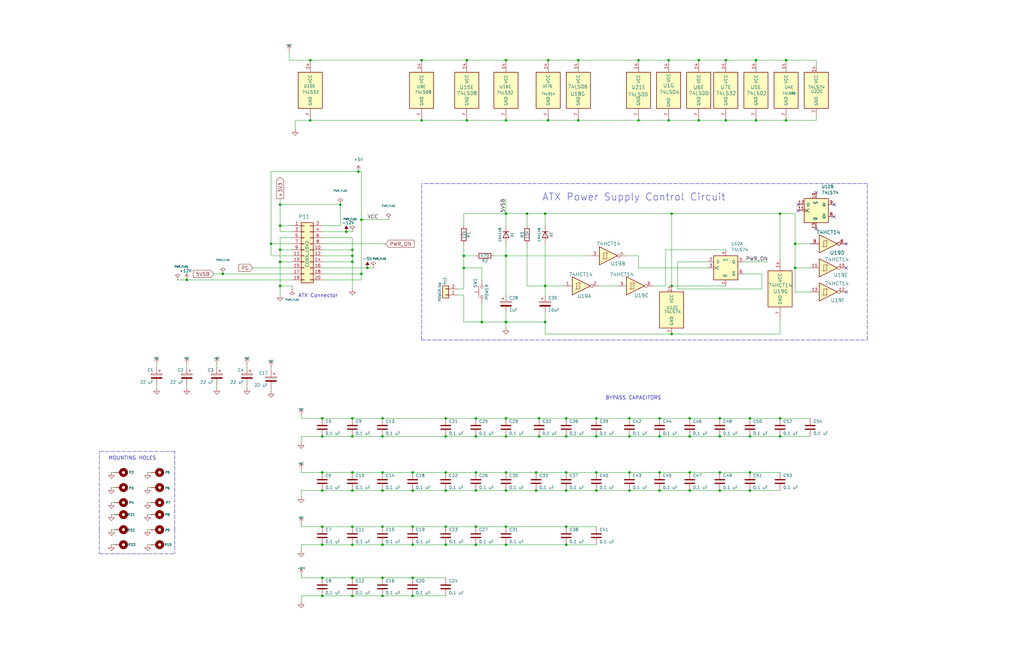
<source format=kicad_sch>
(kicad_sch (version 20250114) (generator "eeschema") (generator_version "9.0")
  (paper "B")
  (title_block (title "6502PC") (date "2025-10-05") (rev "001") (comment 1 "https://github.com/danwerner21/6502PC") (comment 2 "Based on work by Andrew Lynch and John Coffman"))
  (lib_symbols
    (symbol "74xx:74LS00" (pin_names (offset 1.016))
      (property "Reference" "U" (at 0 1.27 0))
      (property "Value" "74LS00" (at 0 -1.27 0))
      (symbol "74LS00_1_1"
        (pin input line (at -7.62 2.54 0) (length 3.81) (name "~") (number "1"))
        (pin input line (at -7.62 -2.54 0) (length 3.81) (name "~") (number "2"))
        (pin output inverted (at 7.62 0 180) (length 3.81) (name "~") (number "3"))
      )
      (symbol "74LS00_1_2"
        (pin input inverted (at -7.62 2.54 0) (length 4.318) (name "~") (number "1"))
        (pin input inverted (at -7.62 -2.54 0) (length 4.318) (name "~") (number "2"))
        (pin output line (at 7.62 0 180) (length 3.81) (name "~") (number "3"))
      )
      (symbol "74LS00_2_1"
        (pin input line (at -7.62 2.54 0) (length 3.81) (name "~") (number "4"))
        (pin input line (at -7.62 -2.54 0) (length 3.81) (name "~") (number "5"))
        (pin output inverted (at 7.62 0 180) (length 3.81) (name "~") (number "6"))
      )
      (symbol "74LS00_2_2"
        (pin input inverted (at -7.62 2.54 0) (length 4.318) (name "~") (number "4"))
        (pin input inverted (at -7.62 -2.54 0) (length 4.318) (name "~") (number "5"))
        (pin output line (at 7.62 0 180) (length 3.81) (name "~") (number "6"))
      )
      (symbol "74LS00_3_1"
        (pin input line (at -7.62 2.54 0) (length 3.81) (name "~") (number "9"))
        (pin input line (at -7.62 -2.54 0) (length 3.81) (name "~") (number "10"))
        (pin output inverted (at 7.62 0 180) (length 3.81) (name "~") (number "8"))
      )
      (symbol "74LS00_3_2"
        (pin input inverted (at -7.62 2.54 0) (length 4.318) (name "~") (number "9"))
        (pin input inverted (at -7.62 -2.54 0) (length 4.318) (name "~") (number "10"))
        (pin output line (at 7.62 0 180) (length 3.81) (name "~") (number "8"))
      )
      (symbol "74LS00_4_1"
        (pin input line (at -7.62 2.54 0) (length 3.81) (name "~") (number "12"))
        (pin input line (at -7.62 -2.54 0) (length 3.81) (name "~") (number "13"))
        (pin output inverted (at 7.62 0 180) (length 3.81) (name "~") (number "11"))
      )
      (symbol "74LS00_4_2"
        (pin input inverted (at -7.62 2.54 0) (length 4.318) (name "~") (number "12"))
        (pin input inverted (at -7.62 -2.54 0) (length 4.318) (name "~") (number "13"))
        (pin output line (at 7.62 0 180) (length 3.81) (name "~") (number "11"))
      )
      (symbol "74LS00_5_0"
        (pin power_in line (at 0 12.7 270) (length 5.08) (name "VCC") (number "14"))
        (pin power_in line (at 0 -12.7 90) (length 5.08) (name "GND") (number "7"))
      )
    )
    (symbol "74xx:74LS02" (pin_names (offset 1.016))
      (property "Reference" "U" (at 0 1.27 0))
      (property "Value" "74LS02" (at 0 -1.27 0))
      (symbol "74LS02_1_1"
        (pin input line (at -7.62 2.54 0) (length 4.318) (name "~") (number "2"))
        (pin input line (at -7.62 -2.54 0) (length 4.318) (name "~") (number "3"))
        (pin output inverted (at 7.62 0 180) (length 3.81) (name "~") (number "1"))
      )
      (symbol "74LS02_1_2"
        (pin input inverted (at -7.62 2.54 0) (length 3.81) (name "~") (number "2"))
        (pin input inverted (at -7.62 -2.54 0) (length 3.81) (name "~") (number "3"))
        (pin output line (at 7.62 0 180) (length 3.81) (name "~") (number "1"))
      )
      (symbol "74LS02_2_1"
        (pin input line (at -7.62 2.54 0) (length 4.318) (name "~") (number "5"))
        (pin input line (at -7.62 -2.54 0) (length 4.318) (name "~") (number "6"))
        (pin output inverted (at 7.62 0 180) (length 3.81) (name "~") (number "4"))
      )
      (symbol "74LS02_2_2"
        (pin input inverted (at -7.62 2.54 0) (length 3.81) (name "~") (number "5"))
        (pin input inverted (at -7.62 -2.54 0) (length 3.81) (name "~") (number "6"))
        (pin output line (at 7.62 0 180) (length 3.81) (name "~") (number "4"))
      )
      (symbol "74LS02_3_1"
        (pin input line (at -7.62 2.54 0) (length 4.318) (name "~") (number "8"))
        (pin input line (at -7.62 -2.54 0) (length 4.318) (name "~") (number "9"))
        (pin output inverted (at 7.62 0 180) (length 3.81) (name "~") (number "10"))
      )
      (symbol "74LS02_3_2"
        (pin input inverted (at -7.62 2.54 0) (length 3.81) (name "~") (number "8"))
        (pin input inverted (at -7.62 -2.54 0) (length 3.81) (name "~") (number "9"))
        (pin output line (at 7.62 0 180) (length 3.81) (name "~") (number "10"))
      )
      (symbol "74LS02_4_1"
        (pin input line (at -7.62 2.54 0) (length 4.318) (name "~") (number "11"))
        (pin input line (at -7.62 -2.54 0) (length 4.318) (name "~") (number "12"))
        (pin output inverted (at 7.62 0 180) (length 3.81) (name "~") (number "13"))
      )
      (symbol "74LS02_4_2"
        (pin input inverted (at -7.62 2.54 0) (length 3.81) (name "~") (number "11"))
        (pin input inverted (at -7.62 -2.54 0) (length 3.81) (name "~") (number "12"))
        (pin output line (at 7.62 0 180) (length 3.81) (name "~") (number "13"))
      )
      (symbol "74LS02_5_0"
        (pin power_in line (at 0 12.7 270) (length 5.08) (name "VCC") (number "14"))
        (pin power_in line (at 0 -12.7 90) (length 5.08) (name "GND") (number "7"))
      )
    )
    (symbol "74xx:74LS04"
      (property "Reference" "U" (at 0 1.27 0))
      (property "Value" "74LS04" (at 0 -1.27 0))
      (symbol "74LS04_1_0"
        (pin input line (at -7.62 0 0) (length 3.81) (name "~") (number "1"))
        (pin output inverted (at 7.62 0 180) (length 3.81) (name "~") (number "2"))
      )
      (symbol "74LS04_2_0"
        (pin input line (at -7.62 0 0) (length 3.81) (name "~") (number "3"))
        (pin output inverted (at 7.62 0 180) (length 3.81) (name "~") (number "4"))
      )
      (symbol "74LS04_3_0"
        (pin input line (at -7.62 0 0) (length 3.81) (name "~") (number "5"))
        (pin output inverted (at 7.62 0 180) (length 3.81) (name "~") (number "6"))
      )
      (symbol "74LS04_4_0"
        (pin input line (at -7.62 0 0) (length 3.81) (name "~") (number "9"))
        (pin output inverted (at 7.62 0 180) (length 3.81) (name "~") (number "8"))
      )
      (symbol "74LS04_5_0"
        (pin input line (at -7.62 0 0) (length 3.81) (name "~") (number "11"))
        (pin output inverted (at 7.62 0 180) (length 3.81) (name "~") (number "10"))
      )
      (symbol "74LS04_6_0"
        (pin input line (at -7.62 0 0) (length 3.81) (name "~") (number "13"))
        (pin output inverted (at 7.62 0 180) (length 3.81) (name "~") (number "12"))
      )
      (symbol "74LS04_7_0"
        (pin power_in line (at 0 12.7 270) (length 5.08) (name "VCC") (number "14"))
        (pin power_in line (at 0 -12.7 90) (length 5.08) (name "GND") (number "7"))
      )
    )
    (symbol "74xx:74LS06" (pin_names (offset 1.016))
      (property "Reference" "U" (at 0 1.27 0))
      (property "Value" "74LS06" (at 0 -1.27 0))
      (symbol "74LS06_1_0"
        (pin input line (at -7.62 0 0) (length 3.81) (name "~") (number "1"))
        (pin open_collector inverted (at 7.62 0 180) (length 3.81) (name "~") (number "2"))
      )
      (symbol "74LS06_2_0"
        (pin input line (at -7.62 0 0) (length 3.81) (name "~") (number "3"))
        (pin open_collector inverted (at 7.62 0 180) (length 3.81) (name "~") (number "4"))
      )
      (symbol "74LS06_3_0"
        (pin input line (at -7.62 0 0) (length 3.81) (name "~") (number "5"))
        (pin open_collector inverted (at 7.62 0 180) (length 3.81) (name "~") (number "6"))
      )
      (symbol "74LS06_4_0"
        (pin input line (at -7.62 0 0) (length 3.81) (name "~") (number "9"))
        (pin open_collector inverted (at 7.62 0 180) (length 3.81) (name "~") (number "8"))
      )
      (symbol "74LS06_5_0"
        (pin input line (at -7.62 0 0) (length 3.81) (name "~") (number "11"))
        (pin open_collector inverted (at 7.62 0 180) (length 3.81) (name "~") (number "10"))
      )
      (symbol "74LS06_6_0"
        (pin input line (at -7.62 0 0) (length 3.81) (name "~") (number "13"))
        (pin open_collector inverted (at 7.62 0 180) (length 3.81) (name "~") (number "12"))
      )
      (symbol "74LS06_7_0"
        (pin power_in line (at 0 12.7 270) (length 5.08) (name "VCC") (number "14"))
        (pin power_in line (at 0 -12.7 90) (length 5.08) (name "GND") (number "7"))
      )
    )
    (symbol "74xx:74LS08" (pin_names (offset 1.016))
      (property "Reference" "U" (at 0 1.27 0))
      (property "Value" "74LS08" (at 0 -1.27 0))
      (symbol "74LS08_1_1"
        (pin input line (at -7.62 2.54 0) (length 3.81) (name "~") (number "1"))
        (pin input line (at -7.62 -2.54 0) (length 3.81) (name "~") (number "2"))
        (pin output line (at 7.62 0 180) (length 3.81) (name "~") (number "3"))
      )
      (symbol "74LS08_1_2"
        (pin input inverted (at -7.62 2.54 0) (length 4.318) (name "~") (number "1"))
        (pin input inverted (at -7.62 -2.54 0) (length 4.318) (name "~") (number "2"))
        (pin output inverted (at 7.62 0 180) (length 3.81) (name "~") (number "3"))
      )
      (symbol "74LS08_2_1"
        (pin input line (at -7.62 2.54 0) (length 3.81) (name "~") (number "4"))
        (pin input line (at -7.62 -2.54 0) (length 3.81) (name "~") (number "5"))
        (pin output line (at 7.62 0 180) (length 3.81) (name "~") (number "6"))
      )
      (symbol "74LS08_2_2"
        (pin input inverted (at -7.62 2.54 0) (length 4.318) (name "~") (number "4"))
        (pin input inverted (at -7.62 -2.54 0) (length 4.318) (name "~") (number "5"))
        (pin output inverted (at 7.62 0 180) (length 3.81) (name "~") (number "6"))
      )
      (symbol "74LS08_3_1"
        (pin input line (at -7.62 2.54 0) (length 3.81) (name "~") (number "9"))
        (pin input line (at -7.62 -2.54 0) (length 3.81) (name "~") (number "10"))
        (pin output line (at 7.62 0 180) (length 3.81) (name "~") (number "8"))
      )
      (symbol "74LS08_3_2"
        (pin input inverted (at -7.62 2.54 0) (length 4.318) (name "~") (number "9"))
        (pin input inverted (at -7.62 -2.54 0) (length 4.318) (name "~") (number "10"))
        (pin output inverted (at 7.62 0 180) (length 3.81) (name "~") (number "8"))
      )
      (symbol "74LS08_4_1"
        (pin input line (at -7.62 2.54 0) (length 3.81) (name "~") (number "12"))
        (pin input line (at -7.62 -2.54 0) (length 3.81) (name "~") (number "13"))
        (pin output line (at 7.62 0 180) (length 3.81) (name "~") (number "11"))
      )
      (symbol "74LS08_4_2"
        (pin input inverted (at -7.62 2.54 0) (length 4.318) (name "~") (number "12"))
        (pin input inverted (at -7.62 -2.54 0) (length 4.318) (name "~") (number "13"))
        (pin output inverted (at 7.62 0 180) (length 3.81) (name "~") (number "11"))
      )
      (symbol "74LS08_5_0"
        (pin power_in line (at 0 12.7 270) (length 5.08) (name "VCC") (number "14"))
        (pin power_in line (at 0 -12.7 90) (length 5.08) (name "GND") (number "7"))
      )
    )
    (symbol "74xx:74LS14" (pin_names (offset 1.016))
      (property "Reference" "U" (at 0 1.27 0))
      (property "Value" "74LS14" (at 0 -1.27 0))
      (symbol "74LS14_1_0"
        (pin input line (at -7.62 0 0) (length 3.81) (name "~") (number "1"))
        (pin output inverted (at 7.62 0 180) (length 3.81) (name "~") (number "2"))
      )
      (symbol "74LS14_2_0"
        (pin input line (at -7.62 0 0) (length 3.81) (name "~") (number "3"))
        (pin output inverted (at 7.62 0 180) (length 3.81) (name "~") (number "4"))
      )
      (symbol "74LS14_3_0"
        (pin input line (at -7.62 0 0) (length 3.81) (name "~") (number "5"))
        (pin output inverted (at 7.62 0 180) (length 3.81) (name "~") (number "6"))
      )
      (symbol "74LS14_4_0"
        (pin input line (at -7.62 0 0) (length 3.81) (name "~") (number "9"))
        (pin output inverted (at 7.62 0 180) (length 3.81) (name "~") (number "8"))
      )
      (symbol "74LS14_5_0"
        (pin input line (at -7.62 0 0) (length 3.81) (name "~") (number "11"))
        (pin output inverted (at 7.62 0 180) (length 3.81) (name "~") (number "10"))
      )
      (symbol "74LS14_6_0"
        (pin input line (at -7.62 0 0) (length 3.81) (name "~") (number "13"))
        (pin output inverted (at 7.62 0 180) (length 3.81) (name "~") (number "12"))
      )
      (symbol "74LS14_7_0"
        (pin power_in line (at 0 12.7 270) (length 5.08) (name "VCC") (number "14"))
        (pin power_in line (at 0 -12.7 90) (length 5.08) (name "GND") (number "7"))
      )
    )
    (symbol "74xx:74LS32" (pin_names (offset 1.016))
      (property "Reference" "U" (at 0 1.27 0))
      (property "Value" "74LS32" (at 0 -1.27 0))
      (symbol "74LS32_1_1"
        (pin input line (at -7.62 2.54 0) (length 4.318) (name "~") (number "1"))
        (pin input line (at -7.62 -2.54 0) (length 4.318) (name "~") (number "2"))
        (pin output line (at 7.62 0 180) (length 3.81) (name "~") (number "3"))
      )
      (symbol "74LS32_1_2"
        (pin input inverted (at -7.62 2.54 0) (length 3.81) (name "~") (number "1"))
        (pin input inverted (at -7.62 -2.54 0) (length 3.81) (name "~") (number "2"))
        (pin output inverted (at 7.62 0 180) (length 3.81) (name "~") (number "3"))
      )
      (symbol "74LS32_2_1"
        (pin input line (at -7.62 2.54 0) (length 4.318) (name "~") (number "4"))
        (pin input line (at -7.62 -2.54 0) (length 4.318) (name "~") (number "5"))
        (pin output line (at 7.62 0 180) (length 3.81) (name "~") (number "6"))
      )
      (symbol "74LS32_2_2"
        (pin input inverted (at -7.62 2.54 0) (length 3.81) (name "~") (number "4"))
        (pin input inverted (at -7.62 -2.54 0) (length 3.81) (name "~") (number "5"))
        (pin output inverted (at 7.62 0 180) (length 3.81) (name "~") (number "6"))
      )
      (symbol "74LS32_3_1"
        (pin input line (at -7.62 2.54 0) (length 4.318) (name "~") (number "9"))
        (pin input line (at -7.62 -2.54 0) (length 4.318) (name "~") (number "10"))
        (pin output line (at 7.62 0 180) (length 3.81) (name "~") (number "8"))
      )
      (symbol "74LS32_3_2"
        (pin input inverted (at -7.62 2.54 0) (length 3.81) (name "~") (number "9"))
        (pin input inverted (at -7.62 -2.54 0) (length 3.81) (name "~") (number "10"))
        (pin output inverted (at 7.62 0 180) (length 3.81) (name "~") (number "8"))
      )
      (symbol "74LS32_4_1"
        (pin input line (at -7.62 2.54 0) (length 4.318) (name "~") (number "12"))
        (pin input line (at -7.62 -2.54 0) (length 4.318) (name "~") (number "13"))
        (pin output line (at 7.62 0 180) (length 3.81) (name "~") (number "11"))
      )
      (symbol "74LS32_4_2"
        (pin input inverted (at -7.62 2.54 0) (length 3.81) (name "~") (number "12"))
        (pin input inverted (at -7.62 -2.54 0) (length 3.81) (name "~") (number "13"))
        (pin output inverted (at 7.62 0 180) (length 3.81) (name "~") (number "11"))
      )
      (symbol "74LS32_5_0"
        (pin power_in line (at 0 12.7 270) (length 5.08) (name "VCC") (number "14"))
        (pin power_in line (at 0 -12.7 90) (length 5.08) (name "GND") (number "7"))
      )
    )
    (symbol "74xx:74LS74" (pin_names (offset 1.016))
      (property "Reference" "U" (at -7.62 8.89 0))
      (property "Value" "74LS74" (at -7.62 -8.89 0))
      (symbol "74LS74_1_0"
        (pin input line (at -7.62 2.54 0) (length 2.54) (name "D") (number "2"))
        (pin input clock (at -7.62 0 0) (length 2.54) (name "C") (number "3"))
        (pin input line (at 0 7.62 270) (length 2.54) (name "~{S}") (number "4"))
        (pin input line (at 0 -7.62 90) (length 2.54) (name "~{R}") (number "1"))
        (pin output line (at 7.62 2.54 180) (length 2.54) (name "Q") (number "5"))
        (pin output line (at 7.62 -2.54 180) (length 2.54) (name "~{Q}") (number "6"))
      )
      (symbol "74LS74_2_0"
        (pin input line (at -7.62 2.54 0) (length 2.54) (name "D") (number "12"))
        (pin input clock (at -7.62 0 0) (length 2.54) (name "C") (number "11"))
        (pin input line (at 0 7.62 270) (length 2.54) (name "~{S}") (number "10"))
        (pin input line (at 0 -7.62 90) (length 2.54) (name "~{R}") (number "13"))
        (pin output line (at 7.62 2.54 180) (length 2.54) (name "Q") (number "9"))
        (pin output line (at 7.62 -2.54 180) (length 2.54) (name "~{Q}") (number "8"))
      )
      (symbol "74LS74_3_0"
        (pin power_in line (at 0 10.16 270) (length 2.54) (name "VCC") (number "14"))
        (pin power_in line (at 0 -10.16 90) (length 2.54) (name "GND") (number "7"))
      )
    )
    (symbol "74xx:74LS86" (pin_names (offset 1.016))
      (property "Reference" "U" (at 0 1.27 0))
      (property "Value" "74LS86" (at 0 -1.27 0))
      (symbol "74LS86_1_0"
        (pin input line (at -7.62 2.54 0) (length 4.445) (name "~") (number "1"))
        (pin input line (at -7.62 -2.54 0) (length 4.445) (name "~") (number "2"))
        (pin output line (at 7.62 0 180) (length 3.81) (name "~") (number "3"))
      )
      (symbol "74LS86_2_0"
        (pin input line (at -7.62 2.54 0) (length 4.445) (name "~") (number "4"))
        (pin input line (at -7.62 -2.54 0) (length 4.445) (name "~") (number "5"))
        (pin output line (at 7.62 0 180) (length 3.81) (name "~") (number "6"))
      )
      (symbol "74LS86_3_0"
        (pin input line (at -7.62 2.54 0) (length 4.445) (name "~") (number "9"))
        (pin input line (at -7.62 -2.54 0) (length 4.445) (name "~") (number "10"))
        (pin output line (at 7.62 0 180) (length 3.81) (name "~") (number "8"))
      )
      (symbol "74LS86_4_0"
        (pin input line (at -7.62 2.54 0) (length 4.445) (name "~") (number "12"))
        (pin input line (at -7.62 -2.54 0) (length 4.445) (name "~") (number "13"))
        (pin output line (at 7.62 0 180) (length 3.81) (name "~") (number "11"))
      )
      (symbol "74LS86_5_0"
        (pin power_in line (at 0 12.7 270) (length 5.08) (name "VCC") (number "14"))
        (pin power_in line (at 0 -12.7 90) (length 5.08) (name "GND") (number "7"))
      )
    )
    (symbol "Connector_Generic:Conn_01x02" (pin_names (offset 1.016) (hide yes))
      (property "Reference" "J" (at 0 2.54 0))
      (property "Value" "Conn_01x02" (at 0 -5.08 0))
      (symbol "Conn_01x02_1_1"
        (pin passive line (at -5.08 0 0) (length 3.81) (name "Pin_1") (number "1"))
        (pin passive line (at -5.08 -2.54 0) (length 3.81) (name "Pin_2") (number "2"))
      )
    )
    (symbol "Connector_Generic:Conn_02x10_Odd_Even" (pin_names (offset 1.016) (hide yes))
      (property "Reference" "J" (at 1.27 12.7 0))
      (property "Value" "Conn_02x10_Odd_Even" (at 1.27 -15.24 0))
      (symbol "Conn_02x10_Odd_Even_1_1"
        (pin passive line (at -5.08 10.16 0) (length 3.81) (name "Pin_1") (number "1"))
        (pin passive line (at -5.08 7.62 0) (length 3.81) (name "Pin_3") (number "3"))
        (pin passive line (at -5.08 5.08 0) (length 3.81) (name "Pin_5") (number "5"))
        (pin passive line (at -5.08 2.54 0) (length 3.81) (name "Pin_7") (number "7"))
        (pin passive line (at -5.08 0 0) (length 3.81) (name "Pin_9") (number "9"))
        (pin passive line (at -5.08 -2.54 0) (length 3.81) (name "Pin_11") (number "11"))
        (pin passive line (at -5.08 -5.08 0) (length 3.81) (name "Pin_13") (number "13"))
        (pin passive line (at -5.08 -7.62 0) (length 3.81) (name "Pin_15") (number "15"))
        (pin passive line (at -5.08 -10.16 0) (length 3.81) (name "Pin_17") (number "17"))
        (pin passive line (at -5.08 -12.7 0) (length 3.81) (name "Pin_19") (number "19"))
        (pin passive line (at 7.62 10.16 180) (length 3.81) (name "Pin_2") (number "2"))
        (pin passive line (at 7.62 7.62 180) (length 3.81) (name "Pin_4") (number "4"))
        (pin passive line (at 7.62 5.08 180) (length 3.81) (name "Pin_6") (number "6"))
        (pin passive line (at 7.62 2.54 180) (length 3.81) (name "Pin_8") (number "8"))
        (pin passive line (at 7.62 0 180) (length 3.81) (name "Pin_10") (number "10"))
        (pin passive line (at 7.62 -2.54 180) (length 3.81) (name "Pin_12") (number "12"))
        (pin passive line (at 7.62 -5.08 180) (length 3.81) (name "Pin_14") (number "14"))
        (pin passive line (at 7.62 -7.62 180) (length 3.81) (name "Pin_16") (number "16"))
        (pin passive line (at 7.62 -10.16 180) (length 3.81) (name "Pin_18") (number "18"))
        (pin passive line (at 7.62 -12.7 180) (length 3.81) (name "Pin_20") (number "20"))
      )
    )
    (symbol "Device:C" (pin_numbers (hide yes)) (pin_names (offset 0.254))
      (property "Reference" "C" (at 0.635 2.54 0))
      (property "Value" "C" (at 0.635 -2.54 0))
      (symbol "C_1_1"
        (pin passive line (at 0 3.81 270) (length 2.794) (name "~") (number "1"))
        (pin passive line (at 0 -3.81 90) (length 2.794) (name "~") (number "2"))
      )
    )
    (symbol "Device:C_Polarized" (pin_numbers (hide yes)) (pin_names (offset 0.254))
      (property "Reference" "C" (at 0.635 2.54 0))
      (property "Value" "C_Polarized" (at 0.635 -2.54 0))
      (symbol "C_Polarized_1_1"
        (pin passive line (at 0 3.81 270) (length 2.794) (name "~") (number "1"))
        (pin passive line (at 0 -3.81 90) (length 2.794) (name "~") (number "2"))
      )
    )
    (symbol "Device:D" (pin_numbers (hide yes)) (pin_names (offset 1.016) (hide yes))
      (property "Reference" "D" (at 0 2.54 0))
      (property "Value" "D" (at 0 -2.54 0))
      (symbol "D_1_1"
        (pin passive line (at -3.81 0 0) (length 2.54) (name "K") (number "1"))
        (pin passive line (at 3.81 0 180) (length 2.54) (name "A") (number "2"))
      )
    )
    (symbol "Device:R" (pin_numbers (hide yes)) (pin_names (offset 0))
      (property "Reference" "R" (at 2.032 0 90))
      (property "Value" "R" (at 0 0 90))
      (symbol "R_1_1"
        (pin passive line (at 0 3.81 270) (length 1.27) (name "~") (number "1"))
        (pin passive line (at 0 -3.81 90) (length 1.27) (name "~") (number "2"))
      )
    )
    (symbol "Mechanical:MountingHole_Pad" (pin_numbers (hide yes)) (pin_names (offset 1.016) (hide yes)) (exclude_from_sim yes) (in_bom no)
      (property "Reference" "H" (at 0 6.35 0))
      (property "Value" "MountingHole_Pad" (at 0 4.445 0))
      (symbol "MountingHole_Pad_1_1"
        (pin input line (at 0 -2.54 90) (length 2.54) (name "1") (number "1"))
      )
    )
    (symbol "Switch:SW_Push" (pin_numbers (hide yes)) (pin_names (offset 1.016) (hide yes))
      (property "Reference" "SW" (at 1.27 2.54 0))
      (property "Value" "SW_Push" (at 0 -1.524 0))
      (symbol "SW_Push_0_1"
        (pin passive line (at -5.08 0 0) (length 2.54) (name "1") (number "1"))
        (pin passive line (at 5.08 0 180) (length 2.54) (name "2") (number "2"))
      )
    )
    (symbol "power:+12V" (power) (pin_numbers (hide yes)) (pin_names (offset 0) (hide yes))
      (property "Value" "+12V" (at 0 3.556 0))
      (symbol "+12V_1_1"
        (pin power_in line (at 0 0 90) (length 0) (name "~") (number "1"))
      )
    )
    (symbol "power:+5V" (power) (pin_numbers (hide yes)) (pin_names (offset 0) (hide yes))
      (property "Value" "+5V" (at 0 3.556 0))
      (symbol "+5V_1_1"
        (pin power_in line (at 0 0 90) (length 0) (name "~") (number "1"))
      )
    )
    (symbol "power:-12V" (power) (pin_numbers (hide yes)) (pin_names (offset 0) (hide yes))
      (property "Value" "-12V" (at 0 3.556 0))
      (symbol "-12V_0_0"
        (pin power_in line (at 0 0 90) (length 0) (name "~") (number "1"))
      )
    )
    (symbol "power:-5V" (power) (pin_numbers (hide yes)) (pin_names (offset 0) (hide yes))
      (property "Value" "-5V" (at 0 3.556 0))
      (symbol "-5V_0_0"
        (pin power_in line (at 0 0 90) (length 0) (name "~") (number "1"))
      )
    )
    (symbol "power:GND" (power) (pin_numbers (hide yes)) (pin_names (offset 0) (hide yes))
      (property "Value" "GND" (at 0 -3.81 0))
      (symbol "GND_1_1"
        (pin power_in line (at 0 0 270) (length 0) (name "~") (number "1"))
      )
    )
    (symbol "power:PWR_FLAG" (power) (pin_numbers (hide yes)) (pin_names (offset 0) (hide yes))
      (property "Value" "PWR_FLAG" (at 0 3.81 0))
      (symbol "PWR_FLAG_0_0"
        (pin power_out line (at 0 0 90) (length 0) (name "~") (number "1"))
      )
    )
    (symbol "power:VCC" (power) (pin_numbers (hide yes)) (pin_names (offset 0) (hide yes))
      (property "Value" "VCC" (at 0 3.556 0))
      (symbol "VCC_1_1"
        (pin power_in line (at 0 0 90) (length 0) (name "~") (number "1"))
      )
    )
    (symbol "power:VDD" (power) (pin_numbers (hide yes)) (pin_names (offset 0) (hide yes))
      (property "Value" "VDD" (at 0 3.556 0))
      (symbol "VDD_1_1"
        (pin power_in line (at 0 0 90) (length 0) (name "~") (number "1"))
      )
    )
  )
  (text "BYPASS CAPACITORS" (at 255.27 168.91 0) (effects (font (size 1.524 1.524)) (justify left bottom)))
  (text "MOUNTING HOLES" (at 45.72 194.31 0) (effects (font (size 1.524 1.524)) (justify left bottom)))
  (text "ATX Connector" (at 125.73 125.73 0) (effects (font (size 1.524 1.524)) (justify left bottom)))
  (text "ATX Power Supply Control Circuit" (at 228.6 85.09 0) (effects (font (size 3.048 3.048)) (justify left bottom)))
  (junction (at 226.06 207.01))
  (junction (at 290.83 207.01))
  (junction (at 335.28 102.87))
  (junction (at 238.76 176.53))
  (junction (at 148.59 207.01))
  (junction (at 213.36 184.15))
  (junction (at 152.4 115.57))
  (junction (at 151.13 72.39))
  (junction (at 238.76 222.25))
  (junction (at 283.21 140.97))
  (junction (at 130.81 50.8))
  (junction (at 328.93 176.53))
  (junction (at 283.21 90.17))
  (junction (at 148.59 110.49))
  (junction (at 161.29 184.15))
  (junction (at 200.66 176.53))
  (junction (at 316.23 207.01))
  (junction (at 135.89 184.15))
  (junction (at 265.43 176.53))
  (junction (at 251.46 176.53))
  (junction (at 278.13 207.01))
  (junction (at 278.13 176.53))
  (junction (at 316.23 184.15))
  (junction (at 135.89 243.84))
  (junction (at 229.87 120.65))
  (junction (at 78.74 118.11))
  (junction (at 231.14 25.4))
  (junction (at 200.66 207.01))
  (junction (at 306.07 25.4))
  (junction (at 148.59 243.84))
  (junction (at 213.36 50.8))
  (junction (at 283.21 120.65))
  (junction (at 173.99 207.01))
  (junction (at 213.36 90.17))
  (junction (at 203.2 135.89))
  (junction (at 173.99 229.87))
  (junction (at 200.66 184.15))
  (junction (at 269.24 25.4))
  (junction (at 187.96 207.01))
  (junction (at 161.29 207.01))
  (junction (at 196.85 50.8))
  (junction (at 335.28 113.03))
  (junction (at 161.29 243.84))
  (junction (at 227.33 176.53))
  (junction (at 229.87 135.89))
  (junction (at 130.81 25.4))
  (junction (at 177.8 50.8))
  (junction (at 238.76 207.01))
  (junction (at 278.13 199.39))
  (junction (at 303.53 176.53))
  (junction (at 93.98 115.57))
  (junction (at 148.59 222.25))
  (junction (at 118.11 110.49))
  (junction (at 187.96 176.53))
  (junction (at 303.53 199.39))
  (junction (at 148.59 199.39))
  (junction (at 173.99 243.84))
  (junction (at 135.89 176.53))
  (junction (at 118.11 86.36))
  (junction (at 196.85 25.4))
  (junction (at 243.84 50.8))
  (junction (at 290.83 199.39))
  (junction (at 265.43 207.01))
  (junction (at 238.76 229.87))
  (junction (at 251.46 199.39))
  (junction (at 161.29 176.53))
  (junction (at 227.33 184.15))
  (junction (at 231.14 50.8))
  (junction (at 200.66 222.25))
  (junction (at 238.76 199.39))
  (junction (at 173.99 199.39))
  (junction (at 294.64 25.4))
  (junction (at 226.06 199.39))
  (junction (at 118.11 105.41))
  (junction (at 316.23 199.39))
  (junction (at 118.11 120.65))
  (junction (at 281.94 25.4))
  (junction (at 328.93 184.15))
  (junction (at 173.99 251.46))
  (junction (at 331.47 25.4))
  (junction (at 187.96 199.39))
  (junction (at 213.36 207.01))
  (junction (at 148.59 176.53))
  (junction (at 143.51 86.36))
  (junction (at 318.77 50.8))
  (junction (at 222.25 90.17))
  (junction (at 187.96 184.15))
  (junction (at 251.46 207.01))
  (junction (at 152.4 92.71))
  (junction (at 161.29 229.87))
  (junction (at 243.84 25.4))
  (junction (at 148.59 184.15))
  (junction (at 318.77 25.4))
  (junction (at 200.66 229.87))
  (junction (at 135.89 251.46))
  (junction (at 265.43 199.39))
  (junction (at 213.36 135.89))
  (junction (at 213.36 176.53))
  (junction (at 290.83 184.15))
  (junction (at 146.05 97.79))
  (junction (at 200.66 199.39))
  (junction (at 213.36 199.39))
  (junction (at 148.59 107.95))
  (junction (at 303.53 207.01))
  (junction (at 161.29 251.46))
  (junction (at 290.83 176.53))
  (junction (at 195.58 113.03))
  (junction (at 148.59 105.41))
  (junction (at 213.36 107.95))
  (junction (at 118.11 95.25))
  (junction (at 161.29 199.39))
  (junction (at 187.96 229.87))
  (junction (at 135.89 222.25))
  (junction (at 269.24 50.8))
  (junction (at 265.43 184.15))
  (junction (at 148.59 229.87))
  (junction (at 213.36 229.87))
  (junction (at 238.76 184.15))
  (junction (at 135.89 229.87))
  (junction (at 114.3 102.87))
  (junction (at 306.07 50.8))
  (junction (at 135.89 207.01))
  (junction (at 316.23 176.53))
  (junction (at 328.93 90.17))
  (junction (at 135.89 199.39))
  (junction (at 148.59 251.46))
  (junction (at 195.58 107.95))
  (junction (at 187.96 222.25))
  (junction (at 229.87 90.17))
  (junction (at 303.53 184.15))
  (junction (at 154.94 113.03))
  (junction (at 278.13 184.15))
  (junction (at 173.99 222.25))
  (junction (at 213.36 222.25))
  (junction (at 177.8 25.4))
  (junction (at 161.29 222.25))
  (junction (at 281.94 50.8))
  (junction (at 251.46 184.15))
  (junction (at 331.47 50.8))
  (junction (at 294.64 50.8))
  (junction (at 213.36 25.4))
  (no_connect (at 356.87 102.87))
  (no_connect (at 336.55 86.36))
  (no_connect (at 356.87 113.03))
  (no_connect (at 336.55 88.9))
  (no_connect (at 351.79 91.44))
  (no_connect (at 344.17 81.28))
  (no_connect (at 351.79 86.36))
  (no_connect (at 356.87 123.19))
  (no_connect (at 344.17 96.52))
  (wire (pts (xy 213.36 90.17) (xy 213.36 95.25)))
  (wire (pts (xy 344.17 50.8) (xy 331.47 50.8)))
  (wire (pts (xy 148.59 184.15) (xy 161.29 184.15)))
  (polyline (pts (xy 365.76 143.51) (xy 365.76 77.47)) (stroke (width 0) (type dash)))
  (wire (pts (xy 127 207.01) (xy 135.89 207.01)))
  (wire (pts (xy 135.89 222.25) (xy 148.59 222.25)))
  (wire (pts (xy 118.11 120.65) (xy 118.11 110.49)))
  (wire (pts (xy 213.36 90.17) (xy 222.25 90.17)))
  (wire (pts (xy 118.11 100.33) (xy 123.19 100.33)))
  (wire (pts (xy 177.8 50.8) (xy 196.85 50.8)))
  (wire (pts (xy 114.3 102.87) (xy 123.19 102.87)))
  (wire (pts (xy 195.58 113.03) (xy 203.2 113.03)))
  (wire (pts (xy 173.99 243.84) (xy 187.96 243.84)))
  (wire (pts (xy 152.4 118.11) (xy 152.4 115.57)))
  (wire (pts (xy 195.58 113.03) (xy 195.58 121.92)))
  (wire (pts (xy 143.51 86.36) (xy 118.11 86.36)))
  (wire (pts (xy 213.36 207.01) (xy 226.06 207.01)))
  (wire (pts (xy 135.89 107.95) (xy 148.59 107.95)))
  (wire (pts (xy 306.07 105.41) (xy 280.67 105.41)))
  (wire (pts (xy 161.29 199.39) (xy 173.99 199.39)))
  (wire (pts (xy 187.96 229.87) (xy 200.66 229.87)))
  (wire (pts (xy 306.07 25.4) (xy 294.64 25.4)))
  (wire (pts (xy 203.2 128.27) (xy 203.2 135.89)))
  (wire (pts (xy 283.21 90.17) (xy 283.21 120.65)))
  (wire (pts (xy 148.59 243.84) (xy 161.29 243.84)))
  (wire (pts (xy 118.11 97.79) (xy 123.19 97.79)))
  (wire (pts (xy 316.23 199.39) (xy 328.93 199.39)))
  (wire (pts (xy 251.46 176.53) (xy 265.43 176.53)))
  (wire (pts (xy 229.87 90.17) (xy 283.21 90.17)))
  (wire (pts (xy 66.04 153.67) (xy 66.04 154.94)))
  (polyline (pts (xy 73.66 190.5) (xy 41.91 190.5)) (stroke (width 0) (type dash)))
  (wire (pts (xy 290.83 199.39) (xy 303.53 199.39)))
  (wire (pts (xy 78.74 162.56) (xy 78.74 163.83)))
  (wire (pts (xy 278.13 184.15) (xy 290.83 184.15)))
  (wire (pts (xy 118.11 95.25) (xy 118.11 97.79)))
  (wire (pts (xy 316.23 176.53) (xy 328.93 176.53)))
  (wire (pts (xy 104.14 162.56) (xy 104.14 163.83)))
  (wire (pts (xy 90.17 115.57) (xy 93.98 115.57)))
  (wire (pts (xy 213.36 132.08) (xy 213.36 135.89)))
  (wire (pts (xy 187.96 199.39) (xy 200.66 199.39)))
  (wire (pts (xy 74.93 118.11) (xy 78.74 118.11)))
  (polyline (pts (xy 41.91 223.52) (xy 41.91 190.5)) (stroke (width 0) (type dash)))
  (wire (pts (xy 187.96 184.15) (xy 200.66 184.15)))
  (wire (pts (xy 148.59 107.95) (xy 148.59 105.41)))
  (wire (pts (xy 118.11 86.36) (xy 118.11 95.25)))
  (wire (pts (xy 195.58 102.87) (xy 195.58 107.95)))
  (wire (pts (xy 208.28 107.95) (xy 213.36 107.95)))
  (wire (pts (xy 135.89 251.46) (xy 148.59 251.46)))
  (wire (pts (xy 127 251.46) (xy 135.89 251.46)))
  (wire (pts (xy 46.99 199.39) (xy 48.26 199.39)))
  (wire (pts (xy 118.11 83.82) (xy 118.11 86.36)))
  (wire (pts (xy 135.89 95.25) (xy 143.51 95.25)))
  (wire (pts (xy 173.99 222.25) (xy 187.96 222.25)))
  (wire (pts (xy 243.84 25.4) (xy 269.24 25.4)))
  (wire (pts (xy 200.66 207.01) (xy 213.36 207.01)))
  (wire (pts (xy 306.07 50.8) (xy 294.64 50.8)))
  (wire (pts (xy 318.77 50.8) (xy 306.07 50.8)))
  (wire (pts (xy 161.29 251.46) (xy 173.99 251.46)))
  (wire (pts (xy 91.44 153.67) (xy 91.44 154.94)))
  (wire (pts (xy 195.58 90.17) (xy 213.36 90.17)))
  (wire (pts (xy 127 199.39) (xy 135.89 199.39)))
  (wire (pts (xy 127 242.57) (xy 127 243.84)))
  (wire (pts (xy 130.81 50.8) (xy 177.8 50.8)))
  (wire (pts (xy 173.99 199.39) (xy 187.96 199.39)))
  (wire (pts (xy 335.28 113.03) (xy 335.28 123.19)))
  (wire (pts (xy 118.11 110.49) (xy 123.19 110.49)))
  (wire (pts (xy 130.81 25.4) (xy 177.8 25.4)))
  (wire (pts (xy 78.74 153.67) (xy 78.74 154.94)))
  (wire (pts (xy 203.2 113.03) (xy 203.2 118.11)))
  (wire (pts (xy 118.11 105.41) (xy 118.11 100.33)))
  (wire (pts (xy 290.83 207.01) (xy 303.53 207.01)))
  (wire (pts (xy 196.85 25.4) (xy 213.36 25.4)))
  (wire (pts (xy 243.84 50.8) (xy 269.24 50.8)))
  (wire (pts (xy 135.89 105.41) (xy 148.59 105.41)))
  (wire (pts (xy 200.66 229.87) (xy 213.36 229.87)))
  (wire (pts (xy 269.24 113.03) (xy 269.24 107.95)))
  (wire (pts (xy 344.17 25.4) (xy 344.17 27.94)))
  (wire (pts (xy 213.36 222.25) (xy 238.76 222.25)))
  (wire (pts (xy 121.92 21.59) (xy 121.92 25.4)))
  (wire (pts (xy 148.59 251.46) (xy 161.29 251.46)))
  (wire (pts (xy 152.4 72.39) (xy 152.4 92.71)))
  (wire (pts (xy 148.59 121.92) (xy 148.59 110.49)))
  (wire (pts (xy 62.23 205.74) (xy 63.5 205.74)))
  (wire (pts (xy 195.58 107.95) (xy 200.66 107.95)))
  (wire (pts (xy 344.17 48.26) (xy 344.17 50.8)))
  (wire (pts (xy 264.16 107.95) (xy 269.24 107.95)))
  (wire (pts (xy 193.04 124.46) (xy 195.58 124.46)))
  (wire (pts (xy 316.23 184.15) (xy 328.93 184.15)))
  (wire (pts (xy 285.75 121.92) (xy 321.31 121.92)))
  (wire (pts (xy 62.23 212.09) (xy 63.5 212.09)))
  (wire (pts (xy 285.75 121.92) (xy 285.75 110.49)))
  (wire (pts (xy 238.76 207.01) (xy 251.46 207.01)))
  (wire (pts (xy 213.36 50.8) (xy 231.14 50.8)))
  (wire (pts (xy 269.24 113.03) (xy 298.45 113.03)))
  (wire (pts (xy 114.3 163.83) (xy 114.3 165.1)))
  (wire (pts (xy 123.19 95.25) (xy 118.11 95.25)))
  (wire (pts (xy 114.3 154.94) (xy 114.3 156.21)))
  (wire (pts (xy 227.33 184.15) (xy 238.76 184.15)))
  (wire (pts (xy 251.46 199.39) (xy 265.43 199.39)))
  (wire (pts (xy 306.07 120.65) (xy 283.21 120.65)))
  (wire (pts (xy 161.29 243.84) (xy 173.99 243.84)))
  (wire (pts (xy 135.89 118.11) (xy 152.4 118.11)))
  (wire (pts (xy 328.93 140.97) (xy 283.21 140.97)))
  (wire (pts (xy 114.3 107.95) (xy 114.3 102.87)))
  (wire (pts (xy 93.98 115.57) (xy 123.19 115.57)))
  (wire (pts (xy 213.36 135.89) (xy 213.36 138.43)))
  (wire (pts (xy 195.58 124.46) (xy 195.58 135.89)))
  (wire (pts (xy 275.59 120.65) (xy 280.67 120.65)))
  (wire (pts (xy 177.8 25.4) (xy 196.85 25.4)))
  (polyline (pts (xy 177.8 143.51) (xy 365.76 143.51)) (stroke (width 0) (type dash)))
  (wire (pts (xy 335.28 102.87) (xy 335.28 113.03)))
  (wire (pts (xy 173.99 229.87) (xy 187.96 229.87)))
  (wire (pts (xy 195.58 90.17) (xy 195.58 95.25)))
  (wire (pts (xy 243.84 25.4) (xy 231.14 25.4)))
  (wire (pts (xy 328.93 90.17) (xy 328.93 109.22)))
  (wire (pts (xy 278.13 207.01) (xy 290.83 207.01)))
  (wire (pts (xy 281.94 25.4) (xy 269.24 25.4)))
  (wire (pts (xy 123.19 120.65) (xy 123.19 121.92)))
  (wire (pts (xy 251.46 207.01) (xy 265.43 207.01)))
  (wire (pts (xy 161.29 229.87) (xy 173.99 229.87)))
  (wire (pts (xy 344.17 25.4) (xy 331.47 25.4)))
  (wire (pts (xy 331.47 25.4) (xy 318.77 25.4)))
  (wire (pts (xy 78.74 118.11) (xy 123.19 118.11)))
  (wire (pts (xy 229.87 140.97) (xy 229.87 135.89)))
  (wire (pts (xy 127 222.25) (xy 135.89 222.25)))
  (wire (pts (xy 196.85 50.8) (xy 213.36 50.8)))
  (wire (pts (xy 200.66 184.15) (xy 213.36 184.15)))
  (wire (pts (xy 321.31 115.57) (xy 313.69 115.57)))
  (wire (pts (xy 127 207.01) (xy 127 209.55)))
  (wire (pts (xy 229.87 135.89) (xy 213.36 135.89)))
  (wire (pts (xy 148.59 229.87) (xy 161.29 229.87)))
  (wire (pts (xy 130.81 25.4) (xy 121.92 25.4)))
  (polyline (pts (xy 365.76 77.47) (xy 177.8 77.47)) (stroke (width 0) (type dash)))
  (wire (pts (xy 66.04 162.56) (xy 66.04 163.83)))
  (wire (pts (xy 124.46 50.8) (xy 124.46 54.61)))
  (wire (pts (xy 229.87 120.65) (xy 237.49 120.65)))
  (wire (pts (xy 243.84 50.8) (xy 231.14 50.8)))
  (wire (pts (xy 222.25 90.17) (xy 222.25 95.25)))
  (wire (pts (xy 290.83 184.15) (xy 303.53 184.15)))
  (wire (pts (xy 104.14 153.67) (xy 104.14 154.94)))
  (wire (pts (xy 278.13 176.53) (xy 290.83 176.53)))
  (wire (pts (xy 127 176.53) (xy 135.89 176.53)))
  (wire (pts (xy 226.06 199.39) (xy 238.76 199.39)))
  (wire (pts (xy 238.76 222.25) (xy 251.46 222.25)))
  (wire (pts (xy 331.47 50.8) (xy 318.77 50.8)))
  (wire (pts (xy 229.87 120.65) (xy 229.87 124.46)))
  (wire (pts (xy 114.3 72.39) (xy 151.13 72.39)))
  (wire (pts (xy 229.87 132.08) (xy 229.87 135.89)))
  (wire (pts (xy 143.51 95.25) (xy 143.51 86.36)))
  (wire (pts (xy 265.43 199.39) (xy 278.13 199.39)))
  (wire (pts (xy 127 198.12) (xy 127 199.39)))
  (wire (pts (xy 313.69 110.49) (xy 323.85 110.49)))
  (wire (pts (xy 265.43 184.15) (xy 278.13 184.15)))
  (wire (pts (xy 229.87 102.87) (xy 229.87 120.65)))
  (wire (pts (xy 187.96 222.25) (xy 200.66 222.25)))
  (wire (pts (xy 335.28 113.03) (xy 341.63 113.03)))
  (wire (pts (xy 135.89 184.15) (xy 148.59 184.15)))
  (wire (pts (xy 135.89 207.01) (xy 148.59 207.01)))
  (wire (pts (xy 152.4 115.57) (xy 152.4 92.71)))
  (wire (pts (xy 213.36 199.39) (xy 226.06 199.39)))
  (wire (pts (xy 213.36 25.4) (xy 231.14 25.4)))
  (wire (pts (xy 127 184.15) (xy 127 186.69)))
  (wire (pts (xy 127 184.15) (xy 135.89 184.15)))
  (wire (pts (xy 123.19 113.03) (xy 106.68 113.03)))
  (wire (pts (xy 46.99 223.52) (xy 48.26 223.52)))
  (wire (pts (xy 238.76 184.15) (xy 251.46 184.15)))
  (wire (pts (xy 148.59 110.49) (xy 148.59 107.95)))
  (wire (pts (xy 265.43 207.01) (xy 278.13 207.01)))
  (wire (pts (xy 294.64 25.4) (xy 281.94 25.4)))
  (wire (pts (xy 62.23 229.87) (xy 63.5 229.87)))
  (wire (pts (xy 127 175.26) (xy 127 176.53)))
  (wire (pts (xy 148.59 176.53) (xy 161.29 176.53)))
  (wire (pts (xy 328.93 176.53) (xy 341.63 176.53)))
  (wire (pts (xy 135.89 113.03) (xy 154.94 113.03)))
  (polyline (pts (xy 177.8 143.51) (xy 177.8 77.47)) (stroke (width 0) (type dash)))
  (wire (pts (xy 135.89 115.57) (xy 152.4 115.57)))
  (wire (pts (xy 130.81 50.8) (xy 124.46 50.8)))
  (wire (pts (xy 328.93 90.17) (xy 335.28 90.17)))
  (wire (pts (xy 151.13 72.39) (xy 152.4 72.39)))
  (wire (pts (xy 161.29 176.53) (xy 187.96 176.53)))
  (wire (pts (xy 335.28 90.17) (xy 335.28 102.87)))
  (wire (pts (xy 154.94 113.03) (xy 157.48 113.03)))
  (wire (pts (xy 335.28 102.87) (xy 341.63 102.87)))
  (wire (pts (xy 135.89 100.33) (xy 148.59 100.33)))
  (wire (pts (xy 238.76 199.39) (xy 251.46 199.39)))
  (wire (pts (xy 127 243.84) (xy 135.89 243.84)))
  (wire (pts (xy 278.13 199.39) (xy 290.83 199.39)))
  (wire (pts (xy 148.59 199.39) (xy 161.29 199.39)))
  (wire (pts (xy 203.2 135.89) (xy 195.58 135.89)))
  (wire (pts (xy 303.53 207.01) (xy 316.23 207.01)))
  (wire (pts (xy 213.36 135.89) (xy 203.2 135.89)))
  (wire (pts (xy 229.87 90.17) (xy 229.87 95.25)))
  (wire (pts (xy 173.99 251.46) (xy 187.96 251.46)))
  (wire (pts (xy 187.96 176.53) (xy 200.66 176.53)))
  (wire (pts (xy 318.77 25.4) (xy 306.07 25.4)))
  (wire (pts (xy 303.53 199.39) (xy 316.23 199.39)))
  (wire (pts (xy 62.23 199.39) (xy 63.5 199.39)))
  (wire (pts (xy 127 229.87) (xy 127 232.41)))
  (wire (pts (xy 148.59 222.25) (xy 161.29 222.25)))
  (wire (pts (xy 328.93 134.62) (xy 328.93 140.97)))
  (wire (pts (xy 161.29 222.25) (xy 173.99 222.25)))
  (wire (pts (xy 148.59 105.41) (xy 148.59 100.33)))
  (wire (pts (xy 152.4 92.71) (xy 163.83 92.71)))
  (wire (pts (xy 213.36 83.82) (xy 213.36 90.17)))
  (wire (pts (xy 213.36 107.95) (xy 213.36 124.46)))
  (wire (pts (xy 281.94 50.8) (xy 269.24 50.8)))
  (wire (pts (xy 146.05 97.79) (xy 148.59 97.79)))
  (wire (pts (xy 127 251.46) (xy 127 254)))
  (wire (pts (xy 46.99 229.87) (xy 48.26 229.87)))
  (wire (pts (xy 127 220.98) (xy 127 222.25)))
  (polyline (pts (xy 73.66 223.52) (xy 73.66 233.68)) (stroke (width 0) (type dash)))
  (wire (pts (xy 148.59 207.01) (xy 161.29 207.01)))
  (wire (pts (xy 226.06 207.01) (xy 238.76 207.01)))
  (wire (pts (xy 283.21 140.97) (xy 229.87 140.97)))
  (wire (pts (xy 290.83 176.53) (xy 303.53 176.53)))
  (wire (pts (xy 251.46 184.15) (xy 265.43 184.15)))
  (wire (pts (xy 135.89 229.87) (xy 148.59 229.87)))
  (wire (pts (xy 135.89 176.53) (xy 148.59 176.53)))
  (wire (pts (xy 118.11 120.65) (xy 123.19 120.65)))
  (wire (pts (xy 161.29 207.01) (xy 173.99 207.01)))
  (wire (pts (xy 135.89 243.84) (xy 148.59 243.84)))
  (wire (pts (xy 285.75 110.49) (xy 298.45 110.49)))
  (wire (pts (xy 222.25 102.87) (xy 222.25 120.65)))
  (wire (pts (xy 303.53 184.15) (xy 316.23 184.15)))
  (wire (pts (xy 280.67 105.41) (xy 280.67 120.65)))
  (wire (pts (xy 238.76 176.53) (xy 251.46 176.53)))
  (wire (pts (xy 200.66 222.25) (xy 213.36 222.25)))
  (wire (pts (xy 123.19 107.95) (xy 114.3 107.95)))
  (polyline (pts (xy 41.91 233.68) (xy 73.66 233.68)) (stroke (width 0) (type dash)))
  (wire (pts (xy 238.76 229.87) (xy 251.46 229.87)))
  (wire (pts (xy 213.36 176.53) (xy 227.33 176.53)))
  (wire (pts (xy 294.64 50.8) (xy 281.94 50.8)))
  (wire (pts (xy 118.11 110.49) (xy 118.11 105.41)))
  (wire (pts (xy 195.58 107.95) (xy 195.58 113.03)))
  (wire (pts (xy 316.23 207.01) (xy 328.93 207.01)))
  (wire (pts (xy 46.99 212.09) (xy 48.26 212.09)))
  (wire (pts (xy 91.44 162.56) (xy 91.44 163.83)))
  (wire (pts (xy 118.11 124.46) (xy 118.11 120.65)))
  (wire (pts (xy 127 229.87) (xy 135.89 229.87)))
  (wire (pts (xy 200.66 199.39) (xy 213.36 199.39)))
  (polyline (pts (xy 41.91 223.52) (xy 41.91 233.68)) (stroke (width 0) (type dash)))
  (wire (pts (xy 173.99 207.01) (xy 187.96 207.01)))
  (wire (pts (xy 222.25 120.65) (xy 229.87 120.65)))
  (wire (pts (xy 222.25 90.17) (xy 229.87 90.17)))
  (wire (pts (xy 213.36 184.15) (xy 227.33 184.15)))
  (wire (pts (xy 335.28 123.19) (xy 341.63 123.19)))
  (wire (pts (xy 321.31 115.57) (xy 321.31 121.92)))
  (wire (pts (xy 46.99 217.17) (xy 48.26 217.17)))
  (wire (pts (xy 213.36 229.87) (xy 238.76 229.87)))
  (wire (pts (xy 187.96 207.01) (xy 200.66 207.01)))
  (wire (pts (xy 161.29 184.15) (xy 187.96 184.15)))
  (wire (pts (xy 135.89 102.87) (xy 162.56 102.87)))
  (wire (pts (xy 135.89 97.79) (xy 146.05 97.79)))
  (wire (pts (xy 114.3 72.39) (xy 114.3 102.87)))
  (wire (pts (xy 135.89 199.39) (xy 148.59 199.39)))
  (wire (pts (xy 135.89 110.49) (xy 148.59 110.49)))
  (wire (pts (xy 213.36 102.87) (xy 213.36 107.95)))
  (wire (pts (xy 62.23 223.52) (xy 63.5 223.52)))
  (wire (pts (xy 265.43 176.53) (xy 278.13 176.53)))
  (wire (pts (xy 252.73 120.65) (xy 260.35 120.65)))
  (wire (pts (xy 118.11 105.41) (xy 123.19 105.41)))
  (polyline (pts (xy 73.66 223.52) (xy 73.66 190.5)) (stroke (width 0) (type dash)))
  (wire (pts (xy 46.99 205.74) (xy 48.26 205.74)))
  (wire (pts (xy 200.66 176.53) (xy 213.36 176.53)))
  (wire (pts (xy 193.04 121.92) (xy 195.58 121.92)))
  (wire (pts (xy 227.33 176.53) (xy 238.76 176.53)))
  (wire (pts (xy 303.53 176.53) (xy 316.23 176.53)))
  (wire (pts (xy 62.23 217.17) (xy 63.5 217.17)))
  (wire (pts (xy 213.36 107.95) (xy 248.92 107.95)))
  (wire (pts (xy 283.21 90.17) (xy 328.93 90.17)))
  (wire (pts (xy 328.93 184.15) (xy 341.63 184.15)))
  (label "PWR_ON" (at 323.85 110.49 180) (effects (font (size 1.524 1.524))))
  (label "VCC" (at 154.94 92.71 0) (effects (font (size 1.524 1.524))))
  (label "5VSB" (at 213.36 83.82 270) (effects (font (size 1.524 1.524))))
  (global_label "PWR_ON" (shape input) (at 162.56 102.87 0) (effects (font (size 1.524 1.524))) (property "Intersheetrefs" "${INTERSHEET_REFS}" (effects (hide yes))))
  (global_label "+3V3" (shape output) (at 118.11 83.82 90) (effects (font (size 1.524 1.524))) (property "Intersheetrefs" "${INTERSHEET_REFS}" (effects (hide yes))))
  (global_label "5VSB" (shape input) (at 90.17 115.57 180) (effects (font (size 1.524 1.524))) (property "Intersheetrefs" "${INTERSHEET_REFS}" (effects (hide yes))))
  (global_label "PG" (shape input) (at 106.68 113.03 180) (effects (font (size 1.524 1.524))) (property "Intersheetrefs" "${INTERSHEET_REFS}" (effects (hide yes))))
  (symbol (lib_id "power:VCC") (at 104.14 153.67 0) (unit 1)
    (property "Reference" "#PWR067" (effects (hide yes)))
    (property "Value" "VCC" (at 104.14 151.13 0) (effects (font (size 0.762 0.762))))
    (property "Description" "Power symbol creates a global label with name \"VCC\"" (effects (hide yes)))
  )
  (symbol (lib_id "power:PWR_FLAG") (at 163.83 92.71 0) (unit 1)
    (property "Reference" "#FLG06" (effects (hide yes)))
    (property "Value" "PWR_FLAG" (at 163.83 86.868 0) (effects (font (size 0.762 0.762))))
    (property "Description" "Special symbol for telling ERC where power comes from" (effects (hide yes)))
  )
  (symbol (lib_id "power:GND") (at 104.14 163.83 0) (unit 1)
    (property "Reference" "#PWR068" (effects (hide yes)))
    (property "Value" "GND" (effects (hide yes)))
    (property "Description" "Power symbol creates a global label with name \"GND\" , ground" (effects (hide yes)))
  )
  (symbol (lib_id "Device:C_Polarized") (at 104.14 158.75 0) (mirror y) (unit 1)
    (property "Reference" "C4" (at 102.87 156.21 0) (effects (justify left)))
    (property "Value" "22 uF" (at 102.87 161.29 0) (effects (justify left)))
    (property "Footprint" "Custom:STD_DDW_PCAP" (effects (hide yes)))
    (property "Description" "Polarized capacitor" (effects (hide yes)))
  )
  (symbol (lib_id "power:PWR_FLAG") (at 123.19 121.92 180) (unit 1)
    (property "Reference" "#GND01" (effects (hide yes)))
    (property "Value" "PWR_FLAG" (at 123.19 126.492 0) (effects (font (size 0.762 0.762))))
    (property "Description" "Special symbol for telling ERC where power comes from" (effects (hide yes)))
  )
  (symbol (lib_id "power:GND") (at 148.59 121.92 0) (unit 1)
    (property "Reference" "#PWR081" (effects (hide yes)))
    (property "Value" "GND" (effects (hide yes)))
    (property "Description" "Power symbol creates a global label with name \"GND\" , ground" (effects (hide yes)))
  )
  (symbol (lib_id "power:GND") (at 118.11 124.46 0) (unit 1)
    (property "Reference" "#PWR069" (effects (hide yes)))
    (property "Value" "GND" (effects (hide yes)))
    (property "Description" "Power symbol creates a global label with name \"GND\" , ground" (effects (hide yes)))
  )
  (symbol (lib_id "Connector_Generic:Conn_02x10_Odd_Even") (at 128.27 105.41 0) (unit 1)
    (property "Reference" "P11" (at 128.27 91.44 0) (effects (font (size 1.524 1.524))))
    (property "Value" "CONN_10X2" (at 129.54 107.188 90))
    (property "Footprint" "Custom:ATXConnector" (effects (hide yes)))
    (property "Description" "Generic connector, double row, 02x10, odd/even pin numbering scheme (row 1 odd numbers, row 2 even numbers), script generated (kicad-library-utils/schlib/autogen/connector/)" (effects (hide yes)))
  )
  (symbol (lib_id "power:PWR_FLAG") (at 143.51 86.36 0) (unit 1)
    (property "Reference" "#FLG03" (effects (hide yes)))
    (property "Value" "PWR_FLAG" (at 143.51 80.518 0) (effects (font (size 0.762 0.762))))
    (property "Description" "Special symbol for telling ERC where power comes from" (effects (hide yes)))
  )
  (symbol (lib_id "Switch:SW_Push") (at 203.2 123.19 90) (unit 1)
    (property "Reference" "SW1" (at 200.406 119.38 0))
    (property "Value" "POWER" (at 205.232 123.19 0))
    (property "Footprint" "Custom:STD_DDW_TACTSW" (effects (hide yes)))
    (property "Description" "Push button switch, generic, two pins" (effects (hide yes)))
  )
  (symbol (lib_id "74xx:74LS14") (at 349.25 123.19 0) (unit 6)
    (property "Reference" "U19" (at 353.314 126.746 0) (effects (font (size 1.524 1.524))))
    (property "Value" "74HCT14" (at 352.806 119.634 0) (effects (font (size 1.524 1.524))))
    (property "Footprint" "Custom:STD_DDW_DIP14" (effects (hide yes)))
    (property "Datasheet" "http://www.ti.com/lit/gpn/sn74LS14" (effects (hide yes)))
    (property "Description" "Hex inverter schmitt trigger" (effects (hide yes)))
  )
  (symbol (lib_id "74xx:74LS14") (at 267.97 120.65 0) (unit 3)
    (property "Reference" "U19" (at 270.51 124.714 0) (effects (font (size 1.524 1.524))))
    (property "Value" "74HCT14" (at 262.128 115.824 0) (effects (font (size 1.524 1.524))))
    (property "Footprint" "Custom:STD_DDW_DIP14" (effects (hide yes)))
    (property "Datasheet" "http://www.ti.com/lit/gpn/sn74LS14" (effects (hide yes)))
    (property "Description" "Hex inverter schmitt trigger" (effects (hide yes)))
  )
  (symbol (lib_id "74xx:74LS14") (at 256.54 107.95 0) (unit 2)
    (property "Reference" "U19" (at 260.604 111.252 0) (effects (font (size 1.524 1.524))))
    (property "Value" "74HCT14" (at 256.54 102.87 0) (effects (font (size 1.524 1.524))))
    (property "Footprint" "Custom:STD_DDW_DIP14" (effects (hide yes)))
    (property "Datasheet" "http://www.ti.com/lit/gpn/sn74LS14" (effects (hide yes)))
    (property "Description" "Hex inverter schmitt trigger" (effects (hide yes)))
  )
  (symbol (lib_id "74xx:74LS14") (at 349.25 113.03 0) (unit 5)
    (property "Reference" "U19" (at 354.584 116.078 0) (effects (font (size 1.524 1.524))))
    (property "Value" "74HCT14" (at 352.806 109.474 0) (effects (font (size 1.524 1.524))))
    (property "Footprint" "Custom:STD_DDW_DIP14" (effects (hide yes)))
    (property "Datasheet" "http://www.ti.com/lit/gpn/sn74LS14" (effects (hide yes)))
    (property "Description" "Hex inverter schmitt trigger" (effects (hide yes)))
  )
  (symbol (lib_id "74xx:74LS14") (at 349.25 102.87 0) (unit 4)
    (property "Reference" "U19" (at 353.06 106.68 0) (effects (font (size 1.524 1.524))))
    (property "Value" "74HCT14" (at 349.25 98.044 0) (effects (font (size 1.524 1.524))))
    (property "Footprint" "Custom:STD_DDW_DIP14" (effects (hide yes)))
    (property "Datasheet" "http://www.ti.com/lit/gpn/sn74LS14" (effects (hide yes)))
    (property "Description" "Hex inverter schmitt trigger" (effects (hide yes)))
  )
  (symbol (lib_id "74xx:74LS14") (at 245.11 120.65 0) (unit 1)
    (property "Reference" "U19" (at 246.38 124.968 0) (effects (font (size 1.524 1.524))))
    (property "Value" "74HCT14" (at 244.856 115.824 0) (effects (font (size 1.524 1.524))))
    (property "Footprint" "Custom:STD_DDW_DIP14" (effects (hide yes)))
    (property "Datasheet" "http://www.ti.com/lit/gpn/sn74LS14" (effects (hide yes)))
    (property "Description" "Hex inverter schmitt trigger" (effects (hide yes)))
  )
  (symbol (lib_id "Device:R") (at 195.58 99.06 0) (unit 1)
    (property "Reference" "R1" (at 197.612 99.06 90))
    (property "Value" "10k" (at 195.58 99.06 90))
    (property "Footprint" "Custom:STD_DDW_RESISTOR" (effects (hide yes)))
    (property "Description" "Resistor" (effects (hide yes)))
  )
  (symbol (lib_id "Device:C_Polarized") (at 229.87 128.27 0) (unit 1)
    (property "Reference" "C35" (at 231.14 125.73 0) (effects (justify left)))
    (property "Value" "10uF" (at 231.14 130.81 0) (effects (justify left)))
    (property "Footprint" "Custom:STD_DDW_PCAP" (effects (hide yes)))
    (property "Description" "Polarized capacitor" (effects (hide yes)))
  )
  (symbol (lib_id "Device:D") (at 229.87 99.06 270) (unit 1)
    (property "Reference" "D2" (at 232.41 99.06 0) (effects (font (size 1.016 1.016))))
    (property "Value" "1N4148" (at 227.33 99.06 0) (effects (font (size 1.016 1.016))))
    (property "Footprint" "Custom:STD_DDW_DIODE" (effects (hide yes)))
    (property "Description" "Diode" (effects (hide yes)))
    (property "Sim.Device" "D" (effects (hide yes)))
    (property "Sim.Pins" "1=K 2=A" (effects (hide yes)))
  )
  (symbol (lib_id "Device:D") (at 213.36 99.06 270) (unit 1)
    (property "Reference" "D1" (at 215.9 99.06 0) (effects (font (size 1.016 1.016))))
    (property "Value" "1N4148" (at 210.82 99.06 0) (effects (font (size 1.016 1.016))))
    (property "Footprint" "Custom:STD_DDW_DIODE" (effects (hide yes)))
    (property "Description" "Diode" (effects (hide yes)))
    (property "Sim.Device" "D" (effects (hide yes)))
    (property "Sim.Pins" "1=K 2=A" (effects (hide yes)))
  )
  (symbol (lib_id "Device:C_Polarized") (at 213.36 128.27 0) (unit 1)
    (property "Reference" "C28" (at 214.63 125.73 0) (effects (justify left)))
    (property "Value" "1uF" (at 214.63 130.81 0) (effects (justify left)))
    (property "Footprint" "Custom:STD_DDW_PCAP" (effects (hide yes)))
    (property "Description" "Polarized capacitor" (effects (hide yes)))
  )
  (symbol (lib_id "Device:R") (at 222.25 99.06 180) (unit 1)
    (property "Reference" "R3" (at 220.218 99.06 90))
    (property "Value" "10k" (at 222.25 99.06 90))
    (property "Footprint" "Custom:STD_DDW_RESISTOR" (effects (hide yes)))
    (property "Description" "Resistor" (effects (hide yes)))
  )
  (symbol (lib_id "Device:R") (at 204.47 107.95 270) (unit 1)
    (property "Reference" "R2" (at 204.47 109.982 90))
    (property "Value" "470" (at 204.47 107.95 90))
    (property "Footprint" "Custom:STD_DDW_RESISTOR" (effects (hide yes)))
    (property "Description" "Resistor" (effects (hide yes)))
  )
  (symbol (lib_id "power:GND") (at 213.36 138.43 0) (unit 1)
    (property "Reference" "#PWR083" (effects (hide yes)))
    (property "Value" "GND" (effects (hide yes)))
    (property "Description" "Power symbol creates a global label with name \"GND\" , ground" (effects (hide yes)))
  )
  (symbol (lib_id "Connector_Generic:Conn_01x02") (at 187.96 124.46 180) (unit 1)
    (property "Reference" "P12" (at 187.706 118.618 90) (effects (font (size 1.016 1.016))))
    (property "Value" "POWER_SW" (at 185.42 123.19 90) (effects (font (size 1.016 1.016))))
    (property "Footprint" "Custom:STD_DDW_PINHEAD_V_1x02" (effects (hide yes)))
    (property "Description" "Generic connector, single row, 01x02, script generated (kicad-library-utils/schlib/autogen/connector/)" (effects (hide yes)))
  )
  (symbol (lib_id "power:PWR_FLAG") (at 93.98 115.57 0) (unit 1)
    (property "Reference" "#FLG02" (effects (hide yes)))
    (property "Value" "PWR_FLAG" (at 93.98 109.728 0) (effects (font (size 0.762 0.762))))
    (property "Description" "Special symbol for telling ERC where power comes from" (effects (hide yes)))
  )
  (symbol (lib_id "Device:C") (at 341.63 180.34 0) (unit 1)
    (property "Reference" "C54" (at 342.9 177.8 0) (effects (justify left)))
    (property "Value" "0.1 uF" (at 342.9 182.88 0) (effects (justify left)))
    (property "Footprint" "Custom:STD_DDW_CAP" (effects (hide yes)))
    (property "Description" "Unpolarized capacitor" (effects (hide yes)))
  )
  (symbol (lib_id "Device:C") (at 328.93 180.34 0) (unit 1)
    (property "Reference" "C52" (at 330.2 177.8 0) (effects (justify left)))
    (property "Value" "0.1 uF" (at 330.2 182.88 0) (effects (justify left)))
    (property "Footprint" "Custom:STD_DDW_CAP" (effects (hide yes)))
    (property "Description" "Unpolarized capacitor" (effects (hide yes)))
  )
  (symbol (lib_id "Device:C") (at 316.23 180.34 0) (unit 1)
    (property "Reference" "C50" (at 317.5 177.8 0) (effects (justify left)))
    (property "Value" "0.1 uF" (at 317.5 182.88 0) (effects (justify left)))
    (property "Footprint" "Custom:STD_DDW_CAP" (effects (hide yes)))
    (property "Description" "Unpolarized capacitor" (effects (hide yes)))
  )
  (symbol (lib_id "Device:C") (at 303.53 180.34 0) (unit 1)
    (property "Reference" "C48" (at 304.8 177.8 0) (effects (justify left)))
    (property "Value" "0.1 uF" (at 304.8 182.88 0) (effects (justify left)))
    (property "Footprint" "Custom:STD_DDW_CAP" (effects (hide yes)))
    (property "Description" "Unpolarized capacitor" (effects (hide yes)))
  )
  (symbol (lib_id "Device:C") (at 290.83 180.34 0) (unit 1)
    (property "Reference" "C46" (at 292.1 177.8 0) (effects (justify left)))
    (property "Value" "0.1 uF" (at 292.1 182.88 0) (effects (justify left)))
    (property "Footprint" "Custom:STD_DDW_CAP" (effects (hide yes)))
    (property "Description" "Unpolarized capacitor" (effects (hide yes)))
  )
  (symbol (lib_id "Device:C") (at 278.13 180.34 0) (unit 1)
    (property "Reference" "C44" (at 279.4 177.8 0) (effects (justify left)))
    (property "Value" "0.1 uF" (at 279.4 182.88 0) (effects (justify left)))
    (property "Footprint" "Custom:STD_DDW_CAP" (effects (hide yes)))
    (property "Description" "Unpolarized capacitor" (effects (hide yes)))
  )
  (symbol (lib_id "Device:C") (at 265.43 180.34 0) (unit 1)
    (property "Reference" "C42" (at 266.7 177.8 0) (effects (justify left)))
    (property "Value" "0.1 uF" (at 266.7 182.88 0) (effects (justify left)))
    (property "Footprint" "Custom:STD_DDW_CAP" (effects (hide yes)))
    (property "Description" "Unpolarized capacitor" (effects (hide yes)))
  )
  (symbol (lib_id "Device:C") (at 251.46 180.34 0) (unit 1)
    (property "Reference" "C39" (at 252.73 177.8 0) (effects (justify left)))
    (property "Value" "0.1 uF" (at 252.73 182.88 0) (effects (justify left)))
    (property "Footprint" "Custom:STD_DDW_CAP" (effects (hide yes)))
    (property "Description" "Unpolarized capacitor" (effects (hide yes)))
  )
  (symbol (lib_id "Device:C") (at 238.76 180.34 0) (unit 1)
    (property "Reference" "C36" (at 240.03 177.8 0) (effects (justify left)))
    (property "Value" "0.1 uF" (at 240.03 182.88 0) (effects (justify left)))
    (property "Footprint" "Custom:STD_DDW_CAP" (effects (hide yes)))
    (property "Description" "Unpolarized capacitor" (effects (hide yes)))
  )
  (symbol (lib_id "Device:C") (at 213.36 180.34 0) (unit 1)
    (property "Reference" "C29" (at 214.63 177.8 0) (effects (justify left)))
    (property "Value" "0.1 uF" (at 214.63 182.88 0) (effects (justify left)))
    (property "Footprint" "Custom:STD_DDW_CAP" (effects (hide yes)))
    (property "Description" "Unpolarized capacitor" (effects (hide yes)))
  )
  (symbol (lib_id "power:GND") (at 127 186.69 0) (unit 1)
    (property "Reference" "#PWR073" (effects (hide yes)))
    (property "Value" "GND" (effects (hide yes)))
    (property "Description" "Power symbol creates a global label with name \"GND\" , ground" (effects (hide yes)))
  )
  (symbol (lib_id "power:VCC") (at 127 175.26 0) (unit 1)
    (property "Reference" "#PWR072" (effects (hide yes)))
    (property "Value" "VCC" (at 127 172.72 0) (effects (font (size 0.762 0.762))))
    (property "Description" "Power symbol creates a global label with name \"VCC\"" (effects (hide yes)))
  )
  (symbol (lib_id "Device:C") (at 200.66 180.34 0) (unit 1)
    (property "Reference" "C25" (at 201.93 177.8 0) (effects (justify left)))
    (property "Value" "0.1 uF" (at 201.93 182.88 0) (effects (justify left)))
    (property "Footprint" "Custom:STD_DDW_CAP" (effects (hide yes)))
    (property "Description" "Unpolarized capacitor" (effects (hide yes)))
  )
  (symbol (lib_id "Device:C") (at 187.96 180.34 0) (unit 1)
    (property "Reference" "C21" (at 189.23 177.8 0) (effects (justify left)))
    (property "Value" "0.1 uF" (at 189.23 182.88 0) (effects (justify left)))
    (property "Footprint" "Custom:STD_DDW_CAP" (effects (hide yes)))
    (property "Description" "Unpolarized capacitor" (effects (hide yes)))
  )
  (symbol (lib_id "Device:C") (at 161.29 180.34 0) (unit 1)
    (property "Reference" "C13" (at 162.56 177.8 0) (effects (justify left)))
    (property "Value" "0.1 uF" (at 162.56 182.88 0) (effects (justify left)))
    (property "Footprint" "Custom:STD_DDW_CAP" (effects (hide yes)))
    (property "Description" "Unpolarized capacitor" (effects (hide yes)))
  )
  (symbol (lib_id "Device:C") (at 148.59 180.34 0) (unit 1)
    (property "Reference" "C9" (at 149.86 177.8 0) (effects (justify left)))
    (property "Value" "0.1 uF" (at 149.86 182.88 0) (effects (justify left)))
    (property "Footprint" "Custom:STD_DDW_CAP" (effects (hide yes)))
    (property "Description" "Unpolarized capacitor" (effects (hide yes)))
  )
  (symbol (lib_id "Device:C") (at 135.89 180.34 0) (unit 1)
    (property "Reference" "C5" (at 137.16 177.8 0) (effects (justify left)))
    (property "Value" "0.1 uF" (at 137.16 182.88 0) (effects (justify left)))
    (property "Footprint" "Custom:STD_DDW_CAP" (effects (hide yes)))
    (property "Description" "Unpolarized capacitor" (effects (hide yes)))
  )
  (symbol (lib_id "Device:C") (at 238.76 226.06 0) (unit 1)
    (property "Reference" "C38" (at 240.03 223.52 0) (effects (justify left)))
    (property "Value" "0.1 uF" (at 240.03 228.6 0) (effects (justify left)))
    (property "Footprint" "Custom:STD_DDW_CAP" (effects (hide yes)))
    (property "Description" "Unpolarized capacitor" (effects (hide yes)))
  )
  (symbol (lib_id "Device:C") (at 213.36 226.06 0) (unit 1)
    (property "Reference" "C31" (at 214.63 223.52 0) (effects (justify left)))
    (property "Value" "0.1 uF" (at 214.63 228.6 0) (effects (justify left)))
    (property "Footprint" "Custom:STD_DDW_CAP" (effects (hide yes)))
    (property "Description" "Unpolarized capacitor" (effects (hide yes)))
  )
  (symbol (lib_id "power:GND") (at 127 232.41 0) (unit 1)
    (property "Reference" "#PWR077" (effects (hide yes)))
    (property "Value" "GND" (effects (hide yes)))
    (property "Description" "Power symbol creates a global label with name \"GND\" , ground" (effects (hide yes)))
  )
  (symbol (lib_id "power:VCC") (at 127 220.98 0) (unit 1)
    (property "Reference" "#PWR076" (effects (hide yes)))
    (property "Value" "VCC" (at 127 218.44 0) (effects (font (size 0.762 0.762))))
    (property "Description" "Power symbol creates a global label with name \"VCC\"" (effects (hide yes)))
  )
  (symbol (lib_id "Device:C") (at 200.66 226.06 0) (unit 1)
    (property "Reference" "C27" (at 201.93 223.52 0) (effects (justify left)))
    (property "Value" "0.1 uF" (at 201.93 228.6 0) (effects (justify left)))
    (property "Footprint" "Custom:STD_DDW_CAP" (effects (hide yes)))
    (property "Description" "Unpolarized capacitor" (effects (hide yes)))
  )
  (symbol (lib_id "Device:C") (at 187.96 226.06 0) (unit 1)
    (property "Reference" "C23" (at 189.23 223.52 0) (effects (justify left)))
    (property "Value" "0.1 uF" (at 189.23 228.6 0) (effects (justify left)))
    (property "Footprint" "Custom:STD_DDW_CAP" (effects (hide yes)))
    (property "Description" "Unpolarized capacitor" (effects (hide yes)))
  )
  (symbol (lib_id "Device:C") (at 173.99 226.06 0) (unit 1)
    (property "Reference" "C19" (at 175.26 223.52 0) (effects (justify left)))
    (property "Value" "0.1 uF" (at 175.26 228.6 0) (effects (justify left)))
    (property "Footprint" "Custom:STD_DDW_CAP" (effects (hide yes)))
    (property "Description" "Unpolarized capacitor" (effects (hide yes)))
  )
  (symbol (lib_id "Device:C") (at 161.29 226.06 0) (unit 1)
    (property "Reference" "C15" (at 162.56 223.52 0) (effects (justify left)))
    (property "Value" "0.1 uF" (at 162.56 228.6 0) (effects (justify left)))
    (property "Footprint" "Custom:STD_DDW_CAP" (effects (hide yes)))
    (property "Description" "Unpolarized capacitor" (effects (hide yes)))
  )
  (symbol (lib_id "Device:C") (at 148.59 226.06 0) (unit 1)
    (property "Reference" "C11" (at 149.86 223.52 0) (effects (justify left)))
    (property "Value" "0.1 uF" (at 149.86 228.6 0) (effects (justify left)))
    (property "Footprint" "Custom:STD_DDW_CAP" (effects (hide yes)))
    (property "Description" "Unpolarized capacitor" (effects (hide yes)))
  )
  (symbol (lib_id "Device:C") (at 135.89 226.06 0) (unit 1)
    (property "Reference" "C7" (at 137.16 223.52 0) (effects (justify left)))
    (property "Value" "0.1 uF" (at 137.16 228.6 0) (effects (justify left)))
    (property "Footprint" "Custom:STD_DDW_CAP" (effects (hide yes)))
    (property "Description" "Unpolarized capacitor" (effects (hide yes)))
  )
  (symbol (lib_id "power:GND") (at 127 254 0) (unit 1)
    (property "Reference" "#PWR079" (effects (hide yes)))
    (property "Value" "GND" (effects (hide yes)))
    (property "Description" "Power symbol creates a global label with name \"GND\" , ground" (effects (hide yes)))
  )
  (symbol (lib_id "Device:C") (at 187.96 247.65 0) (unit 1)
    (property "Reference" "C24" (at 189.23 245.11 0) (effects (justify left)))
    (property "Value" "0.1 uF" (at 189.23 250.19 0) (effects (justify left)))
    (property "Footprint" "Custom:STD_DDW_CAP" (effects (hide yes)))
    (property "Description" "Unpolarized capacitor" (effects (hide yes)))
  )
  (symbol (lib_id "Device:C") (at 173.99 247.65 0) (unit 1)
    (property "Reference" "C20" (at 175.26 245.11 0) (effects (justify left)))
    (property "Value" "0.1 uF" (at 175.26 250.19 0) (effects (justify left)))
    (property "Footprint" "Custom:STD_DDW_CAP" (effects (hide yes)))
    (property "Description" "Unpolarized capacitor" (effects (hide yes)))
  )
  (symbol (lib_id "Device:C") (at 161.29 247.65 0) (unit 1)
    (property "Reference" "C16" (at 162.56 245.11 0) (effects (justify left)))
    (property "Value" "0.1 uF" (at 162.56 250.19 0) (effects (justify left)))
    (property "Footprint" "Custom:STD_DDW_CAP" (effects (hide yes)))
    (property "Description" "Unpolarized capacitor" (effects (hide yes)))
  )
  (symbol (lib_id "Device:C") (at 148.59 247.65 0) (unit 1)
    (property "Reference" "C12" (at 149.86 245.11 0) (effects (justify left)))
    (property "Value" "0.1 uF" (at 149.86 250.19 0) (effects (justify left)))
    (property "Footprint" "Custom:STD_DDW_CAP" (effects (hide yes)))
    (property "Description" "Unpolarized capacitor" (effects (hide yes)))
  )
  (symbol (lib_id "Device:C") (at 135.89 247.65 0) (unit 1)
    (property "Reference" "C8" (at 137.16 245.11 0) (effects (justify left)))
    (property "Value" "0.1 uF" (at 137.16 250.19 0) (effects (justify left)))
    (property "Footprint" "Custom:STD_DDW_CAP" (effects (hide yes)))
    (property "Description" "Unpolarized capacitor" (effects (hide yes)))
  )
  (symbol (lib_id "power:VDD") (at 127 242.57 0) (unit 1)
    (property "Reference" "#PWR078" (effects (hide yes)))
    (property "Value" "+3V3" (at 127 239.776 0) (effects (font (size 0.762 0.762))))
    (property "Description" "Power symbol creates a global label with name \"VDD\"" (effects (hide yes)))
  )
  (symbol (lib_id "power:GND") (at 62.23 205.74 0) (unit 1)
    (property "Reference" "#PWR055" (effects (hide yes)))
    (property "Value" "GND" (effects (hide yes)))
    (property "Description" "Power symbol creates a global label with name \"GND\" , ground" (effects (hide yes)))
  )
  (symbol (lib_id "power:GND") (at 46.99 205.74 0) (unit 1)
    (property "Reference" "#PWR052" (effects (hide yes)))
    (property "Value" "GND" (effects (hide yes)))
    (property "Description" "Power symbol creates a global label with name \"GND\" , ground" (effects (hide yes)))
  )
  (symbol (lib_id "power:GND") (at 62.23 199.39 0) (unit 1)
    (property "Reference" "#PWR054" (effects (hide yes)))
    (property "Value" "GND" (effects (hide yes)))
    (property "Description" "Power symbol creates a global label with name \"GND\" , ground" (effects (hide yes)))
  )
  (symbol (lib_id "power:GND") (at 46.99 199.39 0) (unit 1)
    (property "Reference" "#PWR051" (effects (hide yes)))
    (property "Value" "GND" (effects (hide yes)))
    (property "Description" "Power symbol creates a global label with name \"GND\" , ground" (effects (hide yes)))
  )
  (symbol (lib_id "Mechanical:MountingHole_Pad") (at 66.04 205.74 270) (unit 1) (exclude_from_sim yes) (in_bom no)
    (property "Reference" "P6" (at 70.612 205.994 90) (effects (font (size 1.016 1.016))))
    (property "Value" "CONN_1" (effects (hide yes)))
    (property "Footprint" "MountingHole:MountingHole_3.2mm_M3_Pad_TopBottom" (effects (hide yes)))
    (property "Description" "Mounting Hole with connection" (effects (hide yes)))
  )
  (symbol (lib_id "Mechanical:MountingHole_Pad") (at 66.04 199.39 270) (unit 1) (exclude_from_sim yes) (in_bom no)
    (property "Reference" "P5" (at 70.612 199.39 90) (effects (font (size 1.016 1.016))))
    (property "Value" "CONN_1" (effects (hide yes)))
    (property "Footprint" "MountingHole:MountingHole_3.2mm_M3_Pad_TopBottom" (effects (hide yes)))
    (property "Description" "Mounting Hole with connection" (effects (hide yes)))
  )
  (symbol (lib_id "Mechanical:MountingHole_Pad") (at 50.8 205.74 270) (unit 1) (exclude_from_sim yes) (in_bom no)
    (property "Reference" "P3" (at 55.372 205.994 90) (effects (font (size 1.016 1.016))))
    (property "Value" "CONN_1" (effects (hide yes)))
    (property "Footprint" "MountingHole:MountingHole_3.2mm_M3_Pad_TopBottom" (effects (hide yes)))
    (property "Description" "Mounting Hole with connection" (effects (hide yes)))
  )
  (symbol (lib_id "Mechanical:MountingHole_Pad") (at 50.8 199.39 270) (unit 1) (exclude_from_sim yes) (in_bom no)
    (property "Reference" "P2" (at 55.372 199.39 90) (effects (font (size 1.016 1.016))))
    (property "Value" "CONN_1" (effects (hide yes)))
    (property "Footprint" "MountingHole:MountingHole_3.2mm_M3_Pad_TopBottom" (effects (hide yes)))
    (property "Description" "Mounting Hole with connection" (effects (hide yes)))
  )
  (symbol (lib_id "power:GND") (at 62.23 212.09 0) (unit 1)
    (property "Reference" "#PWR056" (effects (hide yes)))
    (property "Value" "GND" (effects (hide yes)))
    (property "Description" "Power symbol creates a global label with name \"GND\" , ground" (effects (hide yes)))
  )
  (symbol (lib_id "Mechanical:MountingHole_Pad") (at 66.04 212.09 270) (unit 1) (exclude_from_sim yes) (in_bom no)
    (property "Reference" "P7" (at 70.866 212.09 90) (effects (font (size 1.016 1.016))))
    (property "Value" "CONN_1" (effects (hide yes)))
    (property "Footprint" "MountingHole:MountingHole_3.2mm_M3_Pad_TopBottom" (effects (hide yes)))
    (property "Description" "Mounting Hole with connection" (effects (hide yes)))
  )
  (symbol (lib_id "power:VCC") (at 91.44 153.67 0) (unit 1)
    (property "Reference" "#PWR065" (effects (hide yes)))
    (property "Value" "VCC" (at 91.44 151.13 0) (effects (font (size 0.762 0.762))))
    (property "Description" "Power symbol creates a global label with name \"VCC\"" (effects (hide yes)))
  )
  (symbol (lib_id "power:GND") (at 91.44 163.83 0) (unit 1)
    (property "Reference" "#PWR066" (effects (hide yes)))
    (property "Value" "GND" (effects (hide yes)))
    (property "Description" "Power symbol creates a global label with name \"GND\" , ground" (effects (hide yes)))
  )
  (symbol (lib_id "Device:C_Polarized") (at 91.44 158.75 0) (mirror y) (unit 1)
    (property "Reference" "C3" (at 90.17 156.21 0) (effects (justify left)))
    (property "Value" "22 uF" (at 90.17 161.29 0) (effects (justify left)))
    (property "Footprint" "Custom:STD_DDW_PCAP" (effects (hide yes)))
    (property "Description" "Polarized capacitor" (effects (hide yes)))
  )
  (symbol (lib_id "power:VCC") (at 78.74 153.67 0) (unit 1)
    (property "Reference" "#PWR063" (effects (hide yes)))
    (property "Value" "VCC" (at 78.74 151.13 0) (effects (font (size 0.762 0.762))))
    (property "Description" "Power symbol creates a global label with name \"VCC\"" (effects (hide yes)))
  )
  (symbol (lib_id "power:GND") (at 78.74 163.83 0) (unit 1)
    (property "Reference" "#PWR064" (effects (hide yes)))
    (property "Value" "GND" (effects (hide yes)))
    (property "Description" "Power symbol creates a global label with name \"GND\" , ground" (effects (hide yes)))
  )
  (symbol (lib_id "Device:C_Polarized") (at 78.74 158.75 0) (mirror y) (unit 1)
    (property "Reference" "C2" (at 77.47 156.21 0) (effects (justify left)))
    (property "Value" "22 uF" (at 77.47 161.29 0) (effects (justify left)))
    (property "Footprint" "Custom:STD_DDW_PCAP" (effects (hide yes)))
    (property "Description" "Polarized capacitor" (effects (hide yes)))
  )
  (symbol (lib_id "power:VCC") (at 66.04 153.67 0) (unit 1)
    (property "Reference" "#PWR060" (effects (hide yes)))
    (property "Value" "VCC" (at 66.04 151.13 0) (effects (font (size 0.762 0.762))))
    (property "Description" "Power symbol creates a global label with name \"VCC\"" (effects (hide yes)))
  )
  (symbol (lib_id "power:GND") (at 66.04 163.83 0) (unit 1)
    (property "Reference" "#PWR061" (effects (hide yes)))
    (property "Value" "GND" (effects (hide yes)))
    (property "Description" "Power symbol creates a global label with name \"GND\" , ground" (effects (hide yes)))
  )
  (symbol (lib_id "Device:C_Polarized") (at 66.04 158.75 0) (mirror y) (unit 1)
    (property "Reference" "C1" (at 64.77 156.21 0) (effects (justify left)))
    (property "Value" "22 uF" (at 64.77 161.29 0) (effects (justify left)))
    (property "Footprint" "Custom:STD_DDW_PCAP" (effects (hide yes)))
    (property "Description" "Polarized capacitor" (effects (hide yes)))
  )
  (symbol (lib_id "Device:C") (at 328.93 203.2 0) (unit 1)
    (property "Reference" "C53" (at 330.2 200.66 0) (effects (justify left)))
    (property "Value" "0.1 uF" (at 330.2 205.74 0) (effects (justify left)))
    (property "Footprint" "Custom:STD_DDW_CAP" (effects (hide yes)))
    (property "Description" "Unpolarized capacitor" (effects (hide yes)))
  )
  (symbol (lib_id "Device:C") (at 316.23 203.2 0) (unit 1)
    (property "Reference" "C51" (at 317.5 200.66 0) (effects (justify left)))
    (property "Value" "0.1 uF" (at 317.5 205.74 0) (effects (justify left)))
    (property "Footprint" "Custom:STD_DDW_CAP" (effects (hide yes)))
    (property "Description" "Unpolarized capacitor" (effects (hide yes)))
  )
  (symbol (lib_id "Device:C") (at 303.53 203.2 0) (unit 1)
    (property "Reference" "C49" (at 304.8 200.66 0) (effects (justify left)))
    (property "Value" "0.1 uF" (at 304.8 205.74 0) (effects (justify left)))
    (property "Footprint" "Custom:STD_DDW_CAP" (effects (hide yes)))
    (property "Description" "Unpolarized capacitor" (effects (hide yes)))
  )
  (symbol (lib_id "Device:C") (at 290.83 203.2 0) (unit 1)
    (property "Reference" "C47" (at 292.1 200.66 0) (effects (justify left)))
    (property "Value" "0.1 uF" (at 292.1 205.74 0) (effects (justify left)))
    (property "Footprint" "Custom:STD_DDW_CAP" (effects (hide yes)))
    (property "Description" "Unpolarized capacitor" (effects (hide yes)))
  )
  (symbol (lib_id "Device:C") (at 278.13 203.2 0) (unit 1)
    (property "Reference" "C45" (at 279.4 200.66 0) (effects (justify left)))
    (property "Value" "0.1 uF" (at 279.4 205.74 0) (effects (justify left)))
    (property "Footprint" "Custom:STD_DDW_CAP" (effects (hide yes)))
    (property "Description" "Unpolarized capacitor" (effects (hide yes)))
  )
  (symbol (lib_id "Device:C") (at 265.43 203.2 0) (unit 1)
    (property "Reference" "C43" (at 266.7 200.66 0) (effects (justify left)))
    (property "Value" "0.1 uF" (at 266.7 205.74 0) (effects (justify left)))
    (property "Footprint" "Custom:STD_DDW_CAP" (effects (hide yes)))
    (property "Description" "Unpolarized capacitor" (effects (hide yes)))
  )
  (symbol (lib_id "Device:C") (at 251.46 203.2 0) (unit 1)
    (property "Reference" "C40" (at 252.73 200.66 0) (effects (justify left)))
    (property "Value" "0.1 uF" (at 252.73 205.74 0) (effects (justify left)))
    (property "Footprint" "Custom:STD_DDW_CAP" (effects (hide yes)))
    (property "Description" "Unpolarized capacitor" (effects (hide yes)))
  )
  (symbol (lib_id "Device:C") (at 238.76 203.2 0) (unit 1)
    (property "Reference" "C37" (at 240.03 200.66 0) (effects (justify left)))
    (property "Value" "0.1 uF" (at 240.03 205.74 0) (effects (justify left)))
    (property "Footprint" "Custom:STD_DDW_CAP" (effects (hide yes)))
    (property "Description" "Unpolarized capacitor" (effects (hide yes)))
  )
  (symbol (lib_id "Device:C") (at 226.06 203.2 0) (unit 1)
    (property "Reference" "C33" (at 227.33 200.66 0) (effects (justify left)))
    (property "Value" "0.1 uF" (at 227.33 205.74 0) (effects (justify left)))
    (property "Footprint" "Custom:STD_DDW_CAP" (effects (hide yes)))
    (property "Description" "Unpolarized capacitor" (effects (hide yes)))
  )
  (symbol (lib_id "Device:C") (at 213.36 203.2 0) (unit 1)
    (property "Reference" "C30" (at 214.63 200.66 0) (effects (justify left)))
    (property "Value" "0.1 uF" (at 214.63 205.74 0) (effects (justify left)))
    (property "Footprint" "Custom:STD_DDW_CAP" (effects (hide yes)))
    (property "Description" "Unpolarized capacitor" (effects (hide yes)))
  )
  (symbol (lib_id "power:GND") (at 127 209.55 0) (unit 1)
    (property "Reference" "#PWR075" (effects (hide yes)))
    (property "Value" "GND" (effects (hide yes)))
    (property "Description" "Power symbol creates a global label with name \"GND\" , ground" (effects (hide yes)))
  )
  (symbol (lib_id "power:VCC") (at 127 198.12 0) (unit 1)
    (property "Reference" "#PWR074" (effects (hide yes)))
    (property "Value" "VCC" (at 127 195.58 0) (effects (font (size 0.762 0.762))))
    (property "Description" "Power symbol creates a global label with name \"VCC\"" (effects (hide yes)))
  )
  (symbol (lib_id "Device:C") (at 200.66 203.2 0) (unit 1)
    (property "Reference" "C26" (at 201.93 200.66 0) (effects (justify left)))
    (property "Value" "0.1 uF" (at 201.93 205.74 0) (effects (justify left)))
    (property "Footprint" "Custom:STD_DDW_CAP" (effects (hide yes)))
    (property "Description" "Unpolarized capacitor" (effects (hide yes)))
  )
  (symbol (lib_id "Device:C") (at 187.96 203.2 0) (unit 1)
    (property "Reference" "C22" (at 189.23 200.66 0) (effects (justify left)))
    (property "Value" "0.1 uF" (at 189.23 205.74 0) (effects (justify left)))
    (property "Footprint" "Custom:STD_DDW_CAP" (effects (hide yes)))
    (property "Description" "Unpolarized capacitor" (effects (hide yes)))
  )
  (symbol (lib_id "Device:C") (at 173.99 203.2 0) (unit 1)
    (property "Reference" "C18" (at 175.26 200.66 0) (effects (justify left)))
    (property "Value" "0.1 uF" (at 175.26 205.74 0) (effects (justify left)))
    (property "Footprint" "Custom:STD_DDW_CAP" (effects (hide yes)))
    (property "Description" "Unpolarized capacitor" (effects (hide yes)))
  )
  (symbol (lib_id "Device:C") (at 161.29 203.2 0) (unit 1)
    (property "Reference" "C14" (at 162.56 200.66 0) (effects (justify left)))
    (property "Value" "0.1 uF" (at 162.56 205.74 0) (effects (justify left)))
    (property "Footprint" "Custom:STD_DDW_CAP" (effects (hide yes)))
    (property "Description" "Unpolarized capacitor" (effects (hide yes)))
  )
  (symbol (lib_id "Device:C") (at 148.59 203.2 0) (unit 1)
    (property "Reference" "C10" (at 149.86 200.66 0) (effects (justify left)))
    (property "Value" "0.1 uF" (at 149.86 205.74 0) (effects (justify left)))
    (property "Footprint" "Custom:STD_DDW_CAP" (effects (hide yes)))
    (property "Description" "Unpolarized capacitor" (effects (hide yes)))
  )
  (symbol (lib_id "Device:C") (at 135.89 203.2 0) (unit 1)
    (property "Reference" "C6" (at 137.16 200.66 0) (effects (justify left)))
    (property "Value" "0.1 uF" (at 137.16 205.74 0) (effects (justify left)))
    (property "Footprint" "Custom:STD_DDW_CAP" (effects (hide yes)))
    (property "Description" "Unpolarized capacitor" (effects (hide yes)))
  )
  (symbol (lib_id "Device:C") (at 251.46 226.06 0) (unit 1)
    (property "Reference" "C41" (at 252.73 223.52 0) (effects (justify left)))
    (property "Value" "0.1 uF" (at 252.73 228.6 0) (effects (justify left)))
    (property "Footprint" "Custom:STD_DDW_CAP" (effects (hide yes)))
    (property "Description" "Unpolarized capacitor" (effects (hide yes)))
  )
  (symbol (lib_id "74xx:74LS14") (at 231.14 38.1 0) (unit 7)
    (property "Reference" "U17" (at 230.886 36.322 0) (effects (font (size 1.016 1.016))))
    (property "Value" "74LS14" (at 231.14 39.624 0) (effects (font (size 1.016 1.016))))
    (property "Footprint" "Custom:STD_DDW_DIP14" (effects (hide yes)))
    (property "Datasheet" "http://www.ti.com/lit/gpn/sn74LS14" (effects (hide yes)))
    (property "Description" "Hex inverter schmitt trigger" (effects (hide yes)))
  )
  (symbol (lib_id "power:GND") (at 46.99 229.87 0) (unit 1)
    (property "Reference" "#PWR0209" (effects (hide yes)))
    (property "Value" "GND" (effects (hide yes)))
    (property "Description" "Power symbol creates a global label with name \"GND\" , ground" (effects (hide yes)))
  )
  (symbol (lib_id "power:+12V") (at 78.74 118.11 0) (unit 1)
    (property "Reference" "#PWR062" (effects (hide yes)))
    (property "Value" "+12V" (at 78.232 114.3 0))
    (property "Description" "Power symbol creates a global label with name \"+12V\"" (effects (hide yes)))
  )
  (symbol (lib_id "74xx:74LS14") (at 328.93 121.92 0) (unit 7)
    (property "Reference" "U19" (at 329.184 122.936 0) (effects (font (size 1.524 1.524))))
    (property "Value" "74HCT14" (at 328.93 120.396 0) (effects (font (size 1.524 1.524))))
    (property "Footprint" "Custom:STD_DDW_DIP14" (effects (hide yes)))
    (property "Datasheet" "http://www.ti.com/lit/gpn/sn74LS14" (effects (hide yes)))
    (property "Description" "Hex inverter schmitt trigger" (effects (hide yes)))
  )
  (symbol (lib_id "74xx:74LS04") (at 281.94 38.1 0) (unit 7)
    (property "Reference" "U1" (at 281.94 36.068 0) (effects (font (size 1.524 1.524))))
    (property "Value" "74LS04" (at 282.194 38.862 0) (effects (font (size 1.524 1.524))))
    (property "Footprint" "Custom:STD_DDW_DIP14" (effects (hide yes)))
    (property "Datasheet" "http://www.ti.com/lit/gpn/sn74LS04" (effects (hide yes)))
    (property "Description" "Hex Inverter" (effects (hide yes)))
  )
  (symbol (lib_id "74xx:74LS32") (at 306.07 38.1 0) (unit 5)
    (property "Reference" "U7" (at 306.07 36.83 0) (effects (font (size 1.524 1.524))))
    (property "Value" "74LS32" (at 306.07 39.37 0) (effects (font (size 1.524 1.524))))
    (property "Footprint" "Custom:STD_DDW_DIP14" (effects (hide yes)))
    (property "Datasheet" "http://www.ti.com/lit/gpn/sn74LS32" (effects (hide yes)))
    (property "Description" "Quad 2-input OR" (effects (hide yes)))
  )
  (symbol (lib_id "74xx:74LS00") (at 269.24 38.1 0) (unit 5)
    (property "Reference" "U21" (at 269.24 36.83 0) (effects (font (size 1.524 1.524))))
    (property "Value" "74LS00" (at 268.986 39.878 0) (effects (font (size 1.524 1.524))))
    (property "Footprint" "Custom:STD_DDW_DIP14" (effects (hide yes)))
    (property "Datasheet" "http://www.ti.com/lit/gpn/sn74ls00" (effects (hide yes)))
    (property "Description" "quad 2-input NAND gate" (effects (hide yes)))
  )
  (symbol (lib_id "Device:C") (at 227.33 180.34 0) (unit 1)
    (property "Reference" "C32" (at 228.6 177.8 0) (effects (justify left)))
    (property "Value" "0.1 uF" (at 228.6 182.88 0) (effects (justify left)))
    (property "Footprint" "Custom:STD_DDW_CAP" (effects (hide yes)))
    (property "Description" "Unpolarized capacitor" (effects (hide yes)))
  )
  (symbol (lib_id "power:PWR_FLAG") (at 157.48 113.03 0) (unit 1)
    (property "Reference" "#FLG05" (effects (hide yes)))
    (property "Value" "PWR_FLAG" (at 160.02 109.22 0) (effects (font (size 0.762 0.762))))
    (property "Description" "Special symbol for telling ERC where power comes from" (effects (hide yes)))
  )
  (symbol (lib_id "power:GND") (at 62.23 223.52 0) (unit 1)
    (property "Reference" "#PWR058" (effects (hide yes)))
    (property "Value" "GND" (effects (hide yes)))
    (property "Description" "Power symbol creates a global label with name \"GND\" , ground" (effects (hide yes)))
  )
  (symbol (lib_id "Mechanical:MountingHole_Pad") (at 50.8 217.17 270) (unit 1) (exclude_from_sim yes) (in_bom no)
    (property "Reference" "P21" (at 55.372 217.17 90) (effects (font (size 1.016 1.016))))
    (property "Value" "CONN_1" (effects (hide yes)))
    (property "Footprint" "MountingHole:MountingHole_3.2mm_M3_Pad_TopBottom" (effects (hide yes)))
    (property "Description" "Mounting Hole with connection" (effects (hide yes)))
  )
  (symbol (lib_id "Mechanical:MountingHole_Pad") (at 66.04 217.17 270) (unit 1) (exclude_from_sim yes) (in_bom no)
    (property "Reference" "P8" (at 70.612 217.17 90) (effects (font (size 1.016 1.016))))
    (property "Value" "CONN_1" (effects (hide yes)))
    (property "Footprint" "MountingHole:MountingHole_3.2mm_M3_Pad_TopBottom" (effects (hide yes)))
    (property "Description" "Mounting Hole with connection" (effects (hide yes)))
  )
  (symbol (lib_id "74xx:74LS32") (at 213.36 38.1 0) (unit 5)
    (property "Reference" "U16" (at 210.566 36.576 0) (effects (justify left)))
    (property "Value" "74LS32" (at 209.296 39.116 0) (effects (justify left)))
    (property "Footprint" "Custom:STD_DDW_DIP14" (effects (hide yes)))
    (property "Datasheet" "http://www.ti.com/lit/gpn/sn74LS32" (effects (hide yes)))
    (property "Description" "Quad 2-input OR" (effects (hide yes)))
  )
  (symbol (lib_id "74xx:74LS02") (at 318.77 38.1 0) (unit 5)
    (property "Reference" "U5" (at 318.77 36.83 0) (effects (font (size 1.524 1.524))))
    (property "Value" "74LS02" (at 319.024 39.37 0) (effects (font (size 1.524 1.524))))
    (property "Footprint" "Custom:STD_DDW_DIP14" (effects (hide yes)))
    (property "Datasheet" "http://www.ti.com/lit/gpn/sn74ls02" (effects (hide yes)))
    (property "Description" "quad 2-input NOR gate" (effects (hide yes)))
  )
  (symbol (lib_id "power:PWR_FLAG") (at 74.93 118.11 0) (unit 1)
    (property "Reference" "#FLG01" (effects (hide yes)))
    (property "Value" "PWR_FLAG" (at 76.454 112.522 0) (effects (font (size 0.762 0.762))))
    (property "Description" "Special symbol for telling ERC where power comes from" (effects (hide yes)))
  )
  (symbol (lib_id "power:-5V") (at 154.94 113.03 0) (unit 1)
    (property "Reference" "#PWR082" (effects (hide yes)))
    (property "Value" "-5V" (at 154.94 109.22 0))
    (property "Description" "Power symbol creates a global label with name \"-5V\"" (effects (hide yes)))
  )
  (symbol (lib_id "power:-12V") (at 146.05 97.79 0) (unit 1)
    (property "Reference" "#PWR080" (effects (hide yes)))
    (property "Value" "-12V" (at 146.812 93.98 0))
    (property "Description" "Power symbol creates a global label with name \"-12V\"" (effects (hide yes)))
  )
  (symbol (lib_id "Mechanical:MountingHole_Pad") (at 50.8 229.87 270) (unit 1) (exclude_from_sim yes) (in_bom no)
    (property "Reference" "P23" (at 55.626 229.87 90) (effects (font (size 1.016 1.016))))
    (property "Value" "CONN_1" (effects (hide yes)))
    (property "Footprint" "MountingHole:MountingHole_3.2mm_M3_Pad_TopBottom" (effects (hide yes)))
    (property "Description" "Mounting Hole with connection" (effects (hide yes)))
  )
  (symbol (lib_id "power:PWR_FLAG") (at 148.59 97.79 0) (unit 1)
    (property "Reference" "#FLG04" (effects (hide yes)))
    (property "Value" "PWR_FLAG" (at 147.574 92.456 0) (effects (font (size 0.762 0.762))))
    (property "Description" "Special symbol for telling ERC where power comes from" (effects (hide yes)))
  )
  (symbol (lib_id "Mechanical:MountingHole_Pad") (at 50.8 212.09 270) (unit 1) (exclude_from_sim yes) (in_bom no)
    (property "Reference" "P4" (at 55.372 212.09 90) (effects (font (size 1.016 1.016))))
    (property "Value" "CONN_1" (effects (hide yes)))
    (property "Footprint" "MountingHole:MountingHole_3.2mm_M3_Pad_TopBottom" (effects (hide yes)))
    (property "Description" "Mounting Hole with connection" (effects (hide yes)))
  )
  (symbol (lib_id "power:GND") (at 46.99 223.52 0) (unit 1)
    (property "Reference" "#PWR0208" (effects (hide yes)))
    (property "Value" "GND" (effects (hide yes)))
    (property "Description" "Power symbol creates a global label with name \"GND\" , ground" (effects (hide yes)))
  )
  (symbol (lib_id "Device:C_Polarized") (at 114.3 160.02 0) (mirror y) (unit 1)
    (property "Reference" "C17" (at 113.03 157.48 0) (effects (justify left)))
    (property "Value" "22 uF" (at 113.03 162.56 0) (effects (justify left)))
    (property "Footprint" "Custom:STD_DDW_PCAP" (effects (hide yes)))
    (property "Description" "Polarized capacitor" (effects (hide yes)))
  )
  (symbol (lib_id "Mechanical:MountingHole_Pad") (at 66.04 223.52 270) (unit 1) (exclude_from_sim yes) (in_bom no)
    (property "Reference" "P9" (at 70.612 223.774 90) (effects (font (size 1.016 1.016))))
    (property "Value" "CONN_1" (effects (hide yes)))
    (property "Footprint" "MountingHole:MountingHole_3.2mm_M3_Pad_TopBottom" (effects (hide yes)))
    (property "Description" "Mounting Hole with connection" (effects (hide yes)))
  )
  (symbol (lib_id "power:GND") (at 62.23 229.87 0) (unit 1)
    (property "Reference" "#PWR059" (effects (hide yes)))
    (property "Value" "GND" (effects (hide yes)))
    (property "Description" "Power symbol creates a global label with name \"GND\" , ground" (effects (hide yes)))
  )
  (symbol (lib_id "Mechanical:MountingHole_Pad") (at 50.8 223.52 270) (unit 1) (exclude_from_sim yes) (in_bom no)
    (property "Reference" "P22" (at 55.372 223.774 90) (effects (font (size 1.016 1.016))))
    (property "Value" "CONN_1" (effects (hide yes)))
    (property "Footprint" "MountingHole:MountingHole_3.2mm_M3_Pad_TopBottom" (effects (hide yes)))
    (property "Description" "Mounting Hole with connection" (effects (hide yes)))
  )
  (symbol (lib_id "74xx:74LS08") (at 177.8 38.1 0) (unit 5)
    (property "Reference" "U9" (at 175.768 36.576 0) (effects (justify left)))
    (property "Value" "74LS08" (at 174.752 38.862 0) (effects (justify left)))
    (property "Footprint" "Custom:STD_DDW_DIP14" (effects (hide yes)))
    (property "Datasheet" "http://www.ti.com/lit/gpn/sn74LS08" (effects (hide yes)))
    (property "Description" "Quad And2" (effects (hide yes)))
  )
  (symbol (lib_id "74xx:74LS86") (at 331.47 38.1 0) (unit 5)
    (property "Reference" "U4" (at 332.74 36.83 0))
    (property "Value" "74LS86" (at 332.74 39.37 0) (effects (font (size 1.016 1.016))))
    (property "Footprint" "Custom:STD_DDW_DIP14" (effects (hide yes)))
    (property "Datasheet" "74xx/74ls86.pdf" (effects (hide yes)))
    (property "Description" "Quad 2-input XOR" (effects (hide yes)))
  )
  (symbol (lib_id "74xx:74LS74") (at 306.07 113.03 0) (unit 1)
    (property "Reference" "U12" (at 308.2641 102.87 0) (effects (justify left)))
    (property "Value" "74LS74" (at 308.2641 105.41 0) (effects (justify left)))
    (property "Footprint" "Custom:STD_DDW_DIP14" (effects (hide yes)))
    (property "Datasheet" "74xx/74hc_hct74.pdf" (effects (hide yes)))
    (property "Description" "Dual D Flip-flop, Set & Reset" (effects (hide yes)))
  )
  (symbol (lib_id "power:GND") (at 114.3 165.1 0) (unit 1)
    (property "Reference" "#PWR0174" (effects (hide yes)))
    (property "Value" "GND" (effects (hide yes)))
    (property "Description" "Power symbol creates a global label with name \"GND\" , ground" (effects (hide yes)))
  )
  (symbol (lib_id "74xx:74LS32") (at 130.81 38.1 0) (unit 5)
    (property "Reference" "U10" (at 128.016 36.322 0) (effects (justify left)))
    (property "Value" "74LS32" (at 127.254 38.862 0) (effects (justify left)))
    (property "Footprint" "Custom:STD_DDW_DIP14" (effects (hide yes)))
    (property "Datasheet" "http://www.ti.com/lit/gpn/sn74LS32" (effects (hide yes)))
    (property "Description" "Quad 2-input OR" (effects (hide yes)))
  )
  (symbol (lib_id "74xx:74LS08") (at 196.85 38.1 0) (unit 5)
    (property "Reference" "U15" (at 196.85 36.83 0) (effects (font (size 1.524 1.524))))
    (property "Value" "74LS08" (at 196.85 39.37 0) (effects (font (size 1.524 1.524))))
    (property "Footprint" "Custom:STD_DDW_DIP14" (effects (hide yes)))
    (property "Datasheet" "http://www.ti.com/lit/gpn/sn74LS08" (effects (hide yes)))
    (property "Description" "Quad And2" (effects (hide yes)))
  )
  (symbol (lib_id "74xx:74LS74") (at 283.21 130.81 0) (unit 3)
    (property "Reference" "U12" (at 280.924 129.794 0) (effects (justify left)))
    (property "Value" "74LS74" (at 279.908 131.572 0) (effects (justify left)))
    (property "Footprint" "Custom:STD_DDW_DIP14" (effects (hide yes)))
    (property "Datasheet" "74xx/74hc_hct74.pdf" (effects (hide yes)))
    (property "Description" "Dual D Flip-flop, Set & Reset" (effects (hide yes)))
  )
  (symbol (lib_id "power:GND") (at 62.23 217.17 0) (unit 1)
    (property "Reference" "#PWR057" (effects (hide yes)))
    (property "Value" "GND" (effects (hide yes)))
    (property "Description" "Power symbol creates a global label with name \"GND\" , ground" (effects (hide yes)))
  )
  (symbol (lib_id "power:GND") (at 46.99 212.09 0) (unit 1)
    (property "Reference" "#PWR053" (effects (hide yes)))
    (property "Value" "GND" (effects (hide yes)))
    (property "Description" "Power symbol creates a global label with name \"GND\" , ground" (effects (hide yes)))
  )
  (symbol (lib_id "power:GND") (at 124.46 54.61 0) (unit 1)
    (property "Reference" "#PWR071" (effects (hide yes)))
    (property "Value" "GND" (effects (hide yes)))
    (property "Description" "Power symbol creates a global label with name \"GND\" , ground" (effects (hide yes)))
  )
  (symbol (lib_id "74xx:74LS06") (at 243.84 38.1 0) (unit 7)
    (property "Reference" "U18" (at 243.586 39.624 0) (effects (font (size 1.524 1.524))))
    (property "Value" "74LS06" (at 243.586 36.576 0) (effects (font (size 1.524 1.524))))
    (property "Footprint" "Custom:STD_DDW_DIP14" (effects (hide yes)))
    (property "Datasheet" "http://www.ti.com/lit/gpn/sn74LS06" (effects (hide yes)))
    (property "Description" "Inverter Open Collect" (effects (hide yes)))
  )
  (symbol (lib_id "74xx:74LS00") (at 294.64 38.1 0) (unit 5)
    (property "Reference" "U6" (at 294.64 36.83 0) (effects (font (size 1.524 1.524))))
    (property "Value" "74LS00" (at 294.64 39.37 0) (effects (font (size 1.524 1.524))))
    (property "Footprint" "Custom:STD_DDW_DIP14" (effects (hide yes)))
    (property "Datasheet" "http://www.ti.com/lit/gpn/sn74ls00" (effects (hide yes)))
    (property "Description" "quad 2-input NAND gate" (effects (hide yes)))
  )
  (symbol (lib_id "power:+5V") (at 151.13 72.39 0) (unit 1)
    (property "Reference" "#PWR0210" (effects (hide yes)))
    (property "Value" "+5V" (at 151.13 67.31 0))
    (property "Description" "Power symbol creates a global label with name \"+5V\"" (effects (hide yes)))
  )
  (symbol (lib_id "power:VCC") (at 114.3 154.94 0) (unit 1)
    (property "Reference" "#PWR0173" (effects (hide yes)))
    (property "Value" "VCC" (at 114.3 152.4 0) (effects (font (size 0.762 0.762))))
    (property "Description" "Power symbol creates a global label with name \"VCC\"" (effects (hide yes)))
  )
  (symbol (lib_id "Mechanical:MountingHole_Pad") (at 66.04 229.87 270) (unit 1) (exclude_from_sim yes) (in_bom no)
    (property "Reference" "P10" (at 70.866 229.87 90) (effects (font (size 1.016 1.016))))
    (property "Value" "CONN_1" (effects (hide yes)))
    (property "Footprint" "MountingHole:MountingHole_3.2mm_M3_Pad_TopBottom" (effects (hide yes)))
    (property "Description" "Mounting Hole with connection" (effects (hide yes)))
  )
  (symbol (lib_id "74xx:74LS74") (at 344.17 38.1 0) (unit 3)
    (property "Reference" "U22" (at 341.884 38.608 0) (effects (justify left)))
    (property "Value" "74LS74" (at 340.614 36.83 0) (effects (justify left)))
    (property "Footprint" "Custom:STD_DDW_DIP14" (effects (hide yes)))
    (property "Datasheet" "74xx/74hc_hct74.pdf" (effects (hide yes)))
    (property "Description" "Dual D Flip-flop, Set & Reset" (effects (hide yes)))
  )
  (symbol (lib_id "74xx:74LS74") (at 344.17 88.9 0) (unit 2)
    (property "Reference" "U12" (at 346.3641 78.74 0) (effects (justify left)))
    (property "Value" "74LS74" (at 346.3641 81.28 0) (effects (justify left)))
    (property "Footprint" "Custom:STD_DDW_DIP14" (effects (hide yes)))
    (property "Datasheet" "74xx/74hc_hct74.pdf" (effects (hide yes)))
    (property "Description" "Dual D Flip-flop, Set & Reset" (effects (hide yes)))
  )
  (symbol (lib_id "power:VCC") (at 121.92 21.59 0) (unit 1)
    (property "Reference" "#PWR070" (effects (hide yes)))
    (property "Value" "VCC" (at 121.92 19.05 0) (effects (font (size 0.762 0.762))))
    (property "Description" "Power symbol creates a global label with name \"VCC\"" (effects (hide yes)))
  )
  (symbol (lib_id "power:GND") (at 46.99 217.17 0) (unit 1)
    (property "Reference" "#PWR0207" (effects (hide yes)))
    (property "Value" "GND" (effects (hide yes)))
    (property "Description" "Power symbol creates a global label with name \"GND\" , ground" (effects (hide yes)))
  )
)
</source>
